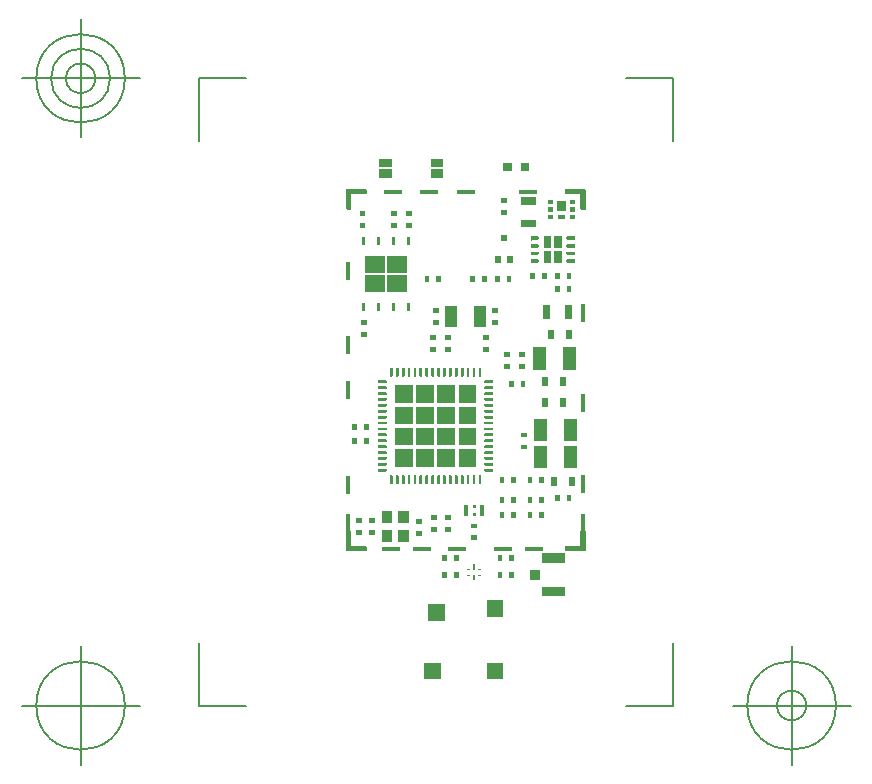
<source format=gbr>
G04 Generated by Ultiboard 11.0 *
%FSLAX25Y25*%
%MOIN*%

%ADD10C,0.00004*%
%ADD11C,0.00005*%
%ADD12C,0.00500*%
%ADD13C,0.00004*%
%ADD14C,0.00005*%
%ADD15C,0.00909*%
%ADD16C,0.01185*%
%ADD17R,0.05906X0.01575*%
%ADD18R,0.01575X0.05906*%


G04 ColorRGB 006666 for the following layer *
%LNPaste Mask Top*%
%LPD*%
%FSLAX25Y25*%
%MOIN*%
G54D10*
G36*
X16243Y4456D02*
X16243Y7212D01*
X20381Y7212D01*
X20381Y4456D01*
X16243Y4456D01*
G37*
G36*
X16245Y4454D02*
X16245Y7214D01*
X20379Y7214D01*
X20379Y4454D01*
X16245Y4454D01*
G37*
G36*
X16243Y913D02*
X16243Y3669D01*
X20381Y3669D01*
X20381Y913D01*
X16243Y913D01*
G37*
G36*
X16245Y911D02*
X16245Y3671D01*
X20379Y3671D01*
X20379Y911D01*
X16245Y911D01*
G37*
G36*
X33369Y4456D02*
X33369Y7212D01*
X37507Y7212D01*
X37507Y4456D01*
X33369Y4456D01*
G37*
G36*
X33371Y4454D02*
X33371Y7214D01*
X37505Y7214D01*
X37505Y4454D01*
X33371Y4454D01*
G37*
G36*
X33369Y913D02*
X33369Y3669D01*
X37507Y3669D01*
X37507Y913D01*
X33369Y913D01*
G37*
G36*
X33371Y911D02*
X33371Y3671D01*
X37505Y3671D01*
X37505Y911D01*
X33371Y911D01*
G37*
G36*
X41179Y-126922D02*
X41179Y-124953D01*
X42758Y-124953D01*
X42758Y-126922D01*
X41179Y-126922D01*
G37*
G36*
X41181Y-126924D02*
X41181Y-124951D01*
X42756Y-124951D01*
X42756Y-126924D01*
X41181Y-126924D01*
G37*
G36*
X37242Y-126922D02*
X37242Y-124953D01*
X38821Y-124953D01*
X38821Y-126922D01*
X37242Y-126922D01*
G37*
G36*
X37244Y-126924D02*
X37244Y-124951D01*
X38819Y-124951D01*
X38819Y-126924D01*
X37244Y-126924D01*
G37*
G36*
X59617Y-126922D02*
X59617Y-124953D01*
X61195Y-124953D01*
X61195Y-126922D01*
X59617Y-126922D01*
G37*
G36*
X59619Y-126924D02*
X59619Y-124951D01*
X61193Y-124951D01*
X61193Y-126924D01*
X59619Y-126924D01*
G37*
G36*
X55680Y-126922D02*
X55680Y-124953D01*
X57258Y-124953D01*
X57258Y-126922D01*
X55680Y-126922D01*
G37*
G36*
X55682Y-126924D02*
X55682Y-124951D01*
X57256Y-124951D01*
X57256Y-126924D01*
X55682Y-126924D01*
G37*
G36*
X31164Y-166307D02*
X31164Y-160795D01*
X36680Y-160795D01*
X36680Y-166307D01*
X31164Y-166307D01*
G37*
G36*
X31166Y-166309D02*
X31166Y-160793D01*
X36678Y-160793D01*
X36678Y-166309D01*
X31166Y-166309D01*
G37*
G36*
X52030Y-166307D02*
X52030Y-160795D01*
X57546Y-160795D01*
X57546Y-166307D01*
X52030Y-166307D01*
G37*
G36*
X52032Y-166309D02*
X52032Y-160793D01*
X57544Y-160793D01*
X57544Y-166309D01*
X52032Y-166309D01*
G37*
G36*
X32444Y-146917D02*
X32444Y-141208D01*
X38156Y-141208D01*
X38156Y-146917D01*
X32444Y-146917D01*
G37*
G36*
X32446Y-146919D02*
X32446Y-141206D01*
X38154Y-141206D01*
X38154Y-146919D01*
X32446Y-146919D01*
G37*
G36*
X52030Y-145440D02*
X52030Y-139929D01*
X57546Y-139929D01*
X57546Y-145440D01*
X52030Y-145440D01*
G37*
G36*
X52032Y-145442D02*
X52032Y-139927D01*
X57544Y-139927D01*
X57544Y-145442D01*
X52032Y-145442D01*
G37*
G36*
X45350Y-129838D02*
X45350Y-129444D01*
X46456Y-129444D01*
X46456Y-129838D01*
X45350Y-129838D01*
G37*
G36*
X45352Y-129840D02*
X45352Y-129442D01*
X46454Y-129442D01*
X46454Y-129840D01*
X45352Y-129840D01*
G37*
G36*
X45350Y-131806D02*
X45350Y-131412D01*
X46456Y-131412D01*
X46456Y-131806D01*
X45350Y-131806D01*
G37*
G36*
X45352Y-131808D02*
X45352Y-131410D01*
X46454Y-131410D01*
X46454Y-131808D01*
X45352Y-131808D01*
G37*
G36*
X47515Y-129838D02*
X47515Y-128027D01*
X48110Y-128027D01*
X48110Y-129838D01*
X47515Y-129838D01*
G37*
G36*
X47517Y-129840D02*
X47517Y-128025D01*
X48108Y-128025D01*
X48108Y-129840D01*
X47517Y-129840D01*
G37*
G36*
X49169Y-129838D02*
X49169Y-129444D01*
X50275Y-129444D01*
X50275Y-129838D01*
X49169Y-129838D01*
G37*
G36*
X49171Y-129840D02*
X49171Y-129442D01*
X50273Y-129442D01*
X50273Y-129840D01*
X49171Y-129840D01*
G37*
G36*
X47515Y-133223D02*
X47515Y-131412D01*
X48110Y-131412D01*
X48110Y-133223D01*
X47515Y-133223D01*
G37*
G36*
X47517Y-133225D02*
X47517Y-131410D01*
X48108Y-131410D01*
X48108Y-133225D01*
X47517Y-133225D01*
G37*
G36*
X49169Y-131806D02*
X49169Y-131412D01*
X50275Y-131412D01*
X50275Y-131806D01*
X49169Y-131806D01*
G37*
G36*
X49171Y-131808D02*
X49171Y-131410D01*
X50273Y-131410D01*
X50273Y-131808D01*
X49171Y-131808D01*
G37*
G36*
X41179Y-132547D02*
X41179Y-130578D01*
X42758Y-130578D01*
X42758Y-132547D01*
X41179Y-132547D01*
G37*
G36*
X41181Y-132549D02*
X41181Y-130576D01*
X42756Y-130576D01*
X42756Y-132549D01*
X41181Y-132549D01*
G37*
G36*
X37242Y-132547D02*
X37242Y-130578D01*
X38821Y-130578D01*
X38821Y-132547D01*
X37242Y-132547D01*
G37*
G36*
X37244Y-132549D02*
X37244Y-130576D01*
X38819Y-130576D01*
X38819Y-132549D01*
X37244Y-132549D01*
G37*
G36*
X59617Y-132547D02*
X59617Y-130578D01*
X61195Y-130578D01*
X61195Y-132547D01*
X59617Y-132547D01*
G37*
G36*
X59619Y-132549D02*
X59619Y-130576D01*
X61193Y-130576D01*
X61193Y-132549D01*
X59619Y-132549D01*
G37*
G36*
X55680Y-132547D02*
X55680Y-130578D01*
X57258Y-130578D01*
X57258Y-132547D01*
X55680Y-132547D01*
G37*
G36*
X55682Y-132549D02*
X55682Y-130576D01*
X57256Y-130576D01*
X57256Y-132549D01*
X55682Y-132549D01*
G37*
G36*
X62764Y-58819D02*
X62764Y-57244D01*
X64736Y-57244D01*
X64736Y-58819D01*
X62764Y-58819D01*
G37*
G36*
X62766Y-58821D02*
X62766Y-57242D01*
X64734Y-57242D01*
X64734Y-58821D01*
X62766Y-58821D01*
G37*
G36*
X62764Y-62756D02*
X62764Y-61181D01*
X64736Y-61181D01*
X64736Y-62756D01*
X62764Y-62756D01*
G37*
G36*
X62766Y-62758D02*
X62766Y-61179D01*
X64734Y-61179D01*
X64734Y-62758D01*
X62766Y-62758D01*
G37*
G36*
X60242Y-112547D02*
X60242Y-110578D01*
X61820Y-110578D01*
X61820Y-112547D01*
X60242Y-112547D01*
G37*
G36*
X60244Y-112549D02*
X60244Y-110576D01*
X61818Y-110576D01*
X61818Y-112549D01*
X60244Y-112549D01*
G37*
G36*
X56305Y-112547D02*
X56305Y-110578D01*
X57883Y-110578D01*
X57883Y-112547D01*
X56305Y-112547D01*
G37*
G36*
X56307Y-112549D02*
X56307Y-110576D01*
X57881Y-110576D01*
X57881Y-112549D01*
X56307Y-112549D01*
G37*
G36*
X60242Y-107547D02*
X60242Y-105578D01*
X61820Y-105578D01*
X61820Y-107547D01*
X60242Y-107547D01*
G37*
G36*
X60244Y-107549D02*
X60244Y-105576D01*
X61818Y-105576D01*
X61818Y-107549D01*
X60244Y-107549D01*
G37*
G36*
X56305Y-107547D02*
X56305Y-105578D01*
X57883Y-105578D01*
X57883Y-107547D01*
X56305Y-107547D01*
G37*
G36*
X56307Y-107549D02*
X56307Y-105576D01*
X57881Y-105576D01*
X57881Y-107549D01*
X56307Y-107549D01*
G37*
G36*
X60242Y-100984D02*
X60242Y-99016D01*
X61820Y-99016D01*
X61820Y-100984D01*
X60242Y-100984D01*
G37*
G36*
X60244Y-100986D02*
X60244Y-99014D01*
X61818Y-99014D01*
X61818Y-100986D01*
X60244Y-100986D01*
G37*
G36*
X56305Y-100984D02*
X56305Y-99016D01*
X57883Y-99016D01*
X57883Y-100984D01*
X56305Y-100984D01*
G37*
G36*
X56307Y-100986D02*
X56307Y-99014D01*
X57881Y-99014D01*
X57881Y-100986D01*
X56307Y-100986D01*
G37*
G36*
X63389Y-89631D02*
X63389Y-88056D01*
X65361Y-88056D01*
X65361Y-89631D01*
X63389Y-89631D01*
G37*
G36*
X63391Y-89633D02*
X63391Y-88054D01*
X65359Y-88054D01*
X65359Y-89633D01*
X63391Y-89633D01*
G37*
G36*
X63389Y-85694D02*
X63389Y-84119D01*
X65361Y-84119D01*
X65361Y-85694D01*
X63389Y-85694D01*
G37*
G36*
X63391Y-85696D02*
X63391Y-84117D01*
X65359Y-84117D01*
X65359Y-85696D01*
X63391Y-85696D01*
G37*
G36*
X59430Y-68797D02*
X59430Y-66828D01*
X61008Y-66828D01*
X61008Y-68797D01*
X59430Y-68797D01*
G37*
G36*
X59432Y-68799D02*
X59432Y-66826D01*
X61006Y-66826D01*
X61006Y-68799D01*
X59432Y-68799D01*
G37*
G36*
X63367Y-68797D02*
X63367Y-66828D01*
X64945Y-66828D01*
X64945Y-68797D01*
X63367Y-68797D01*
G37*
G36*
X63369Y-68799D02*
X63369Y-66826D01*
X64943Y-66826D01*
X64943Y-68799D01*
X63369Y-68799D01*
G37*
G36*
X63573Y-8066D02*
X63573Y-5704D01*
X68302Y-5704D01*
X68302Y-8066D01*
X63573Y-8066D01*
G37*
G36*
X63575Y-8068D02*
X63575Y-5702D01*
X68300Y-5702D01*
X68300Y-8068D01*
X63575Y-8068D01*
G37*
G36*
X63573Y-15546D02*
X63573Y-13184D01*
X68302Y-13184D01*
X68302Y-15546D01*
X63573Y-15546D01*
G37*
G36*
X63575Y-15548D02*
X63575Y-13182D01*
X68300Y-13182D01*
X68300Y-15548D01*
X63575Y-15548D01*
G37*
G36*
X56826Y-20253D02*
X56826Y-18088D01*
X58799Y-18088D01*
X58799Y-20253D01*
X56826Y-20253D01*
G37*
G36*
X56828Y-20255D02*
X56828Y-18086D01*
X58797Y-18086D01*
X58797Y-20255D01*
X56828Y-20255D01*
G37*
G36*
X58795Y-27537D02*
X58795Y-25372D01*
X60767Y-25372D01*
X60767Y-27537D01*
X58795Y-27537D01*
G37*
G36*
X58797Y-27539D02*
X58797Y-25370D01*
X60765Y-25370D01*
X60765Y-27539D01*
X58797Y-27539D01*
G37*
G36*
X54858Y-27537D02*
X54858Y-25372D01*
X56830Y-25372D01*
X56830Y-27537D01*
X54858Y-27537D01*
G37*
G36*
X54860Y-27539D02*
X54860Y-25370D01*
X56828Y-25370D01*
X56828Y-27539D01*
X54860Y-27539D01*
G37*
G36*
X19781Y-65340D02*
X19781Y-62682D01*
X20691Y-62682D01*
X20691Y-65340D01*
X19781Y-65340D01*
G37*
G36*
X19783Y-65342D02*
X19783Y-62680D01*
X20689Y-62680D01*
X20689Y-65342D01*
X19783Y-65342D01*
G37*
G36*
X23719Y-65340D02*
X23719Y-62682D01*
X24628Y-62682D01*
X24628Y-65340D01*
X23719Y-65340D01*
G37*
G36*
X23720Y-65342D02*
X23720Y-62680D01*
X24626Y-62680D01*
X24626Y-65342D01*
X23720Y-65342D01*
G37*
G36*
X27656Y-65340D02*
X27656Y-62682D01*
X28565Y-62682D01*
X28565Y-65340D01*
X27656Y-65340D01*
G37*
G36*
X27657Y-65342D02*
X27657Y-62680D01*
X28563Y-62680D01*
X28563Y-65342D01*
X27657Y-65342D01*
G37*
G36*
X25687Y-65340D02*
X25687Y-62682D01*
X26596Y-62682D01*
X26596Y-65340D01*
X25687Y-65340D01*
G37*
G36*
X25689Y-65342D02*
X25689Y-62680D01*
X26594Y-62680D01*
X26594Y-65342D01*
X25689Y-65342D01*
G37*
G36*
X21750Y-65340D02*
X21750Y-62682D01*
X22659Y-62682D01*
X22659Y-65340D01*
X21750Y-65340D01*
G37*
G36*
X21752Y-65342D02*
X21752Y-62680D01*
X22657Y-62680D01*
X22657Y-65342D01*
X21752Y-65342D01*
G37*
G36*
X29624Y-65340D02*
X29624Y-62682D01*
X30533Y-62682D01*
X30533Y-65340D01*
X29624Y-65340D01*
G37*
G36*
X29626Y-65342D02*
X29626Y-62680D01*
X30531Y-62680D01*
X30531Y-65342D01*
X29626Y-65342D01*
G37*
G36*
X31593Y-65340D02*
X31593Y-62682D01*
X32502Y-62682D01*
X32502Y-65340D01*
X31593Y-65340D01*
G37*
G36*
X31594Y-65342D02*
X31594Y-62680D01*
X32500Y-62680D01*
X32500Y-65342D01*
X31594Y-65342D01*
G37*
G36*
X33561Y-65340D02*
X33561Y-62682D01*
X34470Y-62682D01*
X34470Y-65340D01*
X33561Y-65340D01*
G37*
G36*
X33563Y-65342D02*
X33563Y-62680D01*
X34469Y-62680D01*
X34469Y-65342D01*
X33563Y-65342D01*
G37*
G36*
X35530Y-65340D02*
X35530Y-62682D01*
X36439Y-62682D01*
X36439Y-65340D01*
X35530Y-65340D01*
G37*
G36*
X35531Y-65342D02*
X35531Y-62680D01*
X36437Y-62680D01*
X36437Y-65342D01*
X35531Y-65342D01*
G37*
G36*
X43404Y-65340D02*
X43404Y-62682D01*
X44313Y-62682D01*
X44313Y-65340D01*
X43404Y-65340D01*
G37*
G36*
X43406Y-65342D02*
X43406Y-62680D01*
X44311Y-62680D01*
X44311Y-65342D01*
X43406Y-65342D01*
G37*
G36*
X41435Y-65340D02*
X41435Y-62682D01*
X42344Y-62682D01*
X42344Y-65340D01*
X41435Y-65340D01*
G37*
G36*
X41437Y-65342D02*
X41437Y-62680D01*
X42343Y-62680D01*
X42343Y-65342D01*
X41437Y-65342D01*
G37*
G36*
X39467Y-65340D02*
X39467Y-62682D01*
X40376Y-62682D01*
X40376Y-65340D01*
X39467Y-65340D01*
G37*
G36*
X39469Y-65342D02*
X39469Y-62680D01*
X40374Y-62680D01*
X40374Y-65342D01*
X39469Y-65342D01*
G37*
G36*
X37498Y-65340D02*
X37498Y-62682D01*
X38407Y-62682D01*
X38407Y-65340D01*
X37498Y-65340D01*
G37*
G36*
X37500Y-65342D02*
X37500Y-62680D01*
X38406Y-62680D01*
X38406Y-65342D01*
X37500Y-65342D01*
G37*
G36*
X45372Y-65340D02*
X45372Y-62682D01*
X46281Y-62682D01*
X46281Y-65340D01*
X45372Y-65340D01*
G37*
G36*
X45374Y-65342D02*
X45374Y-62680D01*
X46280Y-62680D01*
X46280Y-65342D01*
X45374Y-65342D01*
G37*
G36*
X49309Y-65340D02*
X49309Y-62682D01*
X50219Y-62682D01*
X50219Y-65340D01*
X49309Y-65340D01*
G37*
G36*
X49311Y-65342D02*
X49311Y-62680D01*
X50217Y-62680D01*
X50217Y-65342D01*
X49311Y-65342D01*
G37*
G36*
X47341Y-65340D02*
X47341Y-62682D01*
X48250Y-62682D01*
X48250Y-65340D01*
X47341Y-65340D01*
G37*
G36*
X47343Y-65342D02*
X47343Y-62680D01*
X48248Y-62680D01*
X48248Y-65342D01*
X47343Y-65342D01*
G37*
G36*
X28502Y-95458D02*
X28502Y-89552D01*
X34411Y-89552D01*
X34411Y-95458D01*
X28502Y-95458D01*
G37*
G36*
X28504Y-95460D02*
X28504Y-89550D01*
X34409Y-89550D01*
X34409Y-95460D01*
X28504Y-95460D01*
G37*
G36*
X28502Y-81284D02*
X28502Y-75379D01*
X34411Y-75379D01*
X34411Y-81284D01*
X28502Y-81284D01*
G37*
G36*
X28504Y-81286D02*
X28504Y-75377D01*
X34409Y-75377D01*
X34409Y-81286D01*
X28504Y-81286D01*
G37*
G36*
X28502Y-88371D02*
X28502Y-82466D01*
X34411Y-82466D01*
X34411Y-88371D01*
X28502Y-88371D01*
G37*
G36*
X28504Y-88373D02*
X28504Y-82464D01*
X34409Y-82464D01*
X34409Y-88373D01*
X28504Y-88373D01*
G37*
G36*
X28502Y-74198D02*
X28502Y-68292D01*
X34411Y-68292D01*
X34411Y-74198D01*
X28502Y-74198D01*
G37*
G36*
X28504Y-74200D02*
X28504Y-68290D01*
X34409Y-68290D01*
X34409Y-74200D01*
X28504Y-74200D01*
G37*
G36*
X15805Y-95123D02*
X15805Y-94218D01*
X18467Y-94218D01*
X18467Y-95123D01*
X15805Y-95123D01*
G37*
G36*
X15807Y-95125D02*
X15807Y-94216D01*
X18465Y-94216D01*
X18465Y-95125D01*
X15807Y-95125D01*
G37*
G36*
X21415Y-95458D02*
X21415Y-89552D01*
X27325Y-89552D01*
X27325Y-95458D01*
X21415Y-95458D01*
G37*
G36*
X21417Y-95460D02*
X21417Y-89550D01*
X27323Y-89550D01*
X27323Y-95460D01*
X21417Y-95460D01*
G37*
G36*
X19781Y-101068D02*
X19781Y-98410D01*
X20691Y-98410D01*
X20691Y-101068D01*
X19781Y-101068D01*
G37*
G36*
X19783Y-101070D02*
X19783Y-98408D01*
X20689Y-98408D01*
X20689Y-101070D01*
X19783Y-101070D01*
G37*
G36*
X15805Y-97092D02*
X15805Y-96186D01*
X18467Y-96186D01*
X18467Y-97092D01*
X15805Y-97092D01*
G37*
G36*
X15807Y-97094D02*
X15807Y-96184D01*
X18465Y-96184D01*
X18465Y-97094D01*
X15807Y-97094D01*
G37*
G36*
X21750Y-101068D02*
X21750Y-98410D01*
X22659Y-98410D01*
X22659Y-101068D01*
X21750Y-101068D01*
G37*
G36*
X21752Y-101070D02*
X21752Y-98408D01*
X22657Y-98408D01*
X22657Y-101070D01*
X21752Y-101070D01*
G37*
G36*
X23719Y-101068D02*
X23719Y-98410D01*
X24628Y-98410D01*
X24628Y-101068D01*
X23719Y-101068D01*
G37*
G36*
X23720Y-101070D02*
X23720Y-98408D01*
X24626Y-98408D01*
X24626Y-101070D01*
X23720Y-101070D01*
G37*
G36*
X25687Y-101068D02*
X25687Y-98410D01*
X26596Y-98410D01*
X26596Y-101068D01*
X25687Y-101068D01*
G37*
G36*
X25689Y-101070D02*
X25689Y-98408D01*
X26594Y-98408D01*
X26594Y-101070D01*
X25689Y-101070D01*
G37*
G36*
X27656Y-101068D02*
X27656Y-98410D01*
X28565Y-98410D01*
X28565Y-101068D01*
X27656Y-101068D01*
G37*
G36*
X27657Y-101070D02*
X27657Y-98408D01*
X28563Y-98408D01*
X28563Y-101070D01*
X27657Y-101070D01*
G37*
G36*
X29624Y-101068D02*
X29624Y-98410D01*
X30533Y-98410D01*
X30533Y-101068D01*
X29624Y-101068D01*
G37*
G36*
X29626Y-101070D02*
X29626Y-98408D01*
X30531Y-98408D01*
X30531Y-101070D01*
X29626Y-101070D01*
G37*
G36*
X15805Y-79375D02*
X15805Y-78469D01*
X18467Y-78469D01*
X18467Y-79375D01*
X15805Y-79375D01*
G37*
G36*
X15807Y-79377D02*
X15807Y-78468D01*
X18465Y-78468D01*
X18465Y-79377D01*
X15807Y-79377D01*
G37*
G36*
X21415Y-81284D02*
X21415Y-75379D01*
X27325Y-75379D01*
X27325Y-81284D01*
X21415Y-81284D01*
G37*
G36*
X21417Y-81286D02*
X21417Y-75377D01*
X27323Y-75377D01*
X27323Y-81286D01*
X21417Y-81286D01*
G37*
G36*
X15805Y-83312D02*
X15805Y-82406D01*
X18467Y-82406D01*
X18467Y-83312D01*
X15805Y-83312D01*
G37*
G36*
X15807Y-83314D02*
X15807Y-82405D01*
X18465Y-82405D01*
X18465Y-83314D01*
X15807Y-83314D01*
G37*
G36*
X15805Y-87249D02*
X15805Y-86344D01*
X18467Y-86344D01*
X18467Y-87249D01*
X15805Y-87249D01*
G37*
G36*
X15807Y-87251D02*
X15807Y-86342D01*
X18465Y-86342D01*
X18465Y-87251D01*
X15807Y-87251D01*
G37*
G36*
X15805Y-91186D02*
X15805Y-90281D01*
X18467Y-90281D01*
X18467Y-91186D01*
X15805Y-91186D01*
G37*
G36*
X15807Y-91188D02*
X15807Y-90279D01*
X18465Y-90279D01*
X18465Y-91188D01*
X15807Y-91188D01*
G37*
G36*
X15805Y-93155D02*
X15805Y-92249D01*
X18467Y-92249D01*
X18467Y-93155D01*
X15805Y-93155D01*
G37*
G36*
X15807Y-93156D02*
X15807Y-92247D01*
X18465Y-92247D01*
X18465Y-93156D01*
X15807Y-93156D01*
G37*
G36*
X15805Y-89218D02*
X15805Y-88312D01*
X18467Y-88312D01*
X18467Y-89218D01*
X15805Y-89218D01*
G37*
G36*
X15807Y-89219D02*
X15807Y-88310D01*
X18465Y-88310D01*
X18465Y-89219D01*
X15807Y-89219D01*
G37*
G36*
X15805Y-85281D02*
X15805Y-84375D01*
X18467Y-84375D01*
X18467Y-85281D01*
X15805Y-85281D01*
G37*
G36*
X15807Y-85282D02*
X15807Y-84373D01*
X18465Y-84373D01*
X18465Y-85282D01*
X15807Y-85282D01*
G37*
G36*
X15805Y-81344D02*
X15805Y-80438D01*
X18467Y-80438D01*
X18467Y-81344D01*
X15805Y-81344D01*
G37*
G36*
X15807Y-81345D02*
X15807Y-80436D01*
X18465Y-80436D01*
X18465Y-81345D01*
X15807Y-81345D01*
G37*
G36*
X21415Y-88371D02*
X21415Y-82466D01*
X27325Y-82466D01*
X27325Y-88371D01*
X21415Y-88371D01*
G37*
G36*
X21417Y-88373D02*
X21417Y-82464D01*
X27323Y-82464D01*
X27323Y-88373D01*
X21417Y-88373D01*
G37*
G36*
X15805Y-67564D02*
X15805Y-66658D01*
X18467Y-66658D01*
X18467Y-67564D01*
X15805Y-67564D01*
G37*
G36*
X15807Y-67566D02*
X15807Y-66656D01*
X18465Y-66656D01*
X18465Y-67566D01*
X15807Y-67566D01*
G37*
G36*
X15805Y-69532D02*
X15805Y-68627D01*
X18467Y-68627D01*
X18467Y-69532D01*
X15805Y-69532D01*
G37*
G36*
X15807Y-69534D02*
X15807Y-68625D01*
X18465Y-68625D01*
X18465Y-69534D01*
X15807Y-69534D01*
G37*
G36*
X15805Y-71501D02*
X15805Y-70595D01*
X18467Y-70595D01*
X18467Y-71501D01*
X15805Y-71501D01*
G37*
G36*
X15807Y-71503D02*
X15807Y-70594D01*
X18465Y-70594D01*
X18465Y-71503D01*
X15807Y-71503D01*
G37*
G36*
X15805Y-73469D02*
X15805Y-72564D01*
X18467Y-72564D01*
X18467Y-73469D01*
X15805Y-73469D01*
G37*
G36*
X15807Y-73471D02*
X15807Y-72562D01*
X18465Y-72562D01*
X18465Y-73471D01*
X15807Y-73471D01*
G37*
G36*
X15805Y-75438D02*
X15805Y-74532D01*
X18467Y-74532D01*
X18467Y-75438D01*
X15805Y-75438D01*
G37*
G36*
X15807Y-75440D02*
X15807Y-74531D01*
X18465Y-74531D01*
X18465Y-75440D01*
X15807Y-75440D01*
G37*
G36*
X15805Y-77406D02*
X15805Y-76501D01*
X18467Y-76501D01*
X18467Y-77406D01*
X15805Y-77406D01*
G37*
G36*
X15807Y-77408D02*
X15807Y-76499D01*
X18465Y-76499D01*
X18465Y-77408D01*
X15807Y-77408D01*
G37*
G36*
X21415Y-74198D02*
X21415Y-68292D01*
X27325Y-68292D01*
X27325Y-74198D01*
X21415Y-74198D01*
G37*
G36*
X21417Y-74200D02*
X21417Y-68290D01*
X27323Y-68290D01*
X27323Y-74200D01*
X21417Y-74200D01*
G37*
G36*
X51533Y-95123D02*
X51533Y-94218D01*
X54195Y-94218D01*
X54195Y-95123D01*
X51533Y-95123D01*
G37*
G36*
X51535Y-95125D02*
X51535Y-94216D01*
X54193Y-94216D01*
X54193Y-95125D01*
X51535Y-95125D01*
G37*
G36*
X35589Y-95458D02*
X35589Y-89552D01*
X41498Y-89552D01*
X41498Y-95458D01*
X35589Y-95458D01*
G37*
G36*
X35591Y-95460D02*
X35591Y-89550D01*
X41496Y-89550D01*
X41496Y-95460D01*
X35591Y-95460D01*
G37*
G36*
X42675Y-95458D02*
X42675Y-89552D01*
X48585Y-89552D01*
X48585Y-95458D01*
X42675Y-95458D01*
G37*
G36*
X42677Y-95460D02*
X42677Y-89550D01*
X48583Y-89550D01*
X48583Y-95460D01*
X42677Y-95460D01*
G37*
G36*
X31593Y-101068D02*
X31593Y-98410D01*
X32502Y-98410D01*
X32502Y-101068D01*
X31593Y-101068D01*
G37*
G36*
X31594Y-101070D02*
X31594Y-98408D01*
X32500Y-98408D01*
X32500Y-101070D01*
X31594Y-101070D01*
G37*
G36*
X33561Y-101068D02*
X33561Y-98410D01*
X34470Y-98410D01*
X34470Y-101068D01*
X33561Y-101068D01*
G37*
G36*
X33563Y-101070D02*
X33563Y-98408D01*
X34469Y-98408D01*
X34469Y-101070D01*
X33563Y-101070D01*
G37*
G36*
X35530Y-101068D02*
X35530Y-98410D01*
X36439Y-98410D01*
X36439Y-101068D01*
X35530Y-101068D01*
G37*
G36*
X35531Y-101070D02*
X35531Y-98408D01*
X36437Y-98408D01*
X36437Y-101070D01*
X35531Y-101070D01*
G37*
G36*
X37498Y-101068D02*
X37498Y-98410D01*
X38407Y-98410D01*
X38407Y-101068D01*
X37498Y-101068D01*
G37*
G36*
X37500Y-101070D02*
X37500Y-98408D01*
X38406Y-98408D01*
X38406Y-101070D01*
X37500Y-101070D01*
G37*
G36*
X39467Y-101068D02*
X39467Y-98410D01*
X40376Y-98410D01*
X40376Y-101068D01*
X39467Y-101068D01*
G37*
G36*
X39469Y-101070D02*
X39469Y-98408D01*
X40374Y-98408D01*
X40374Y-101070D01*
X39469Y-101070D01*
G37*
G36*
X41435Y-101068D02*
X41435Y-98410D01*
X42344Y-98410D01*
X42344Y-101068D01*
X41435Y-101068D01*
G37*
G36*
X41437Y-101070D02*
X41437Y-98408D01*
X42343Y-98408D01*
X42343Y-101070D01*
X41437Y-101070D01*
G37*
G36*
X43404Y-101068D02*
X43404Y-98410D01*
X44313Y-98410D01*
X44313Y-101068D01*
X43404Y-101068D01*
G37*
G36*
X43406Y-101070D02*
X43406Y-98408D01*
X44311Y-98408D01*
X44311Y-101070D01*
X43406Y-101070D01*
G37*
G36*
X45372Y-101068D02*
X45372Y-98410D01*
X46281Y-98410D01*
X46281Y-101068D01*
X45372Y-101068D01*
G37*
G36*
X45374Y-101070D02*
X45374Y-98408D01*
X46280Y-98408D01*
X46280Y-101070D01*
X45374Y-101070D01*
G37*
G36*
X51533Y-97092D02*
X51533Y-96186D01*
X54195Y-96186D01*
X54195Y-97092D01*
X51533Y-97092D01*
G37*
G36*
X51535Y-97094D02*
X51535Y-96184D01*
X54193Y-96184D01*
X54193Y-97094D01*
X51535Y-97094D01*
G37*
G36*
X47341Y-101068D02*
X47341Y-98410D01*
X48250Y-98410D01*
X48250Y-101068D01*
X47341Y-101068D01*
G37*
G36*
X47343Y-101070D02*
X47343Y-98408D01*
X48248Y-98408D01*
X48248Y-101070D01*
X47343Y-101070D01*
G37*
G36*
X49309Y-101068D02*
X49309Y-98410D01*
X50219Y-98410D01*
X50219Y-101068D01*
X49309Y-101068D01*
G37*
G36*
X49311Y-101070D02*
X49311Y-98408D01*
X50217Y-98408D01*
X50217Y-101070D01*
X49311Y-101070D01*
G37*
G36*
X42675Y-81284D02*
X42675Y-75379D01*
X48585Y-75379D01*
X48585Y-81284D01*
X42675Y-81284D01*
G37*
G36*
X42677Y-81286D02*
X42677Y-75377D01*
X48583Y-75377D01*
X48583Y-81286D01*
X42677Y-81286D01*
G37*
G36*
X42675Y-88371D02*
X42675Y-82466D01*
X48585Y-82466D01*
X48585Y-88371D01*
X42675Y-88371D01*
G37*
G36*
X42677Y-88373D02*
X42677Y-82464D01*
X48583Y-82464D01*
X48583Y-88373D01*
X42677Y-88373D01*
G37*
G36*
X42675Y-74198D02*
X42675Y-68292D01*
X48585Y-68292D01*
X48585Y-74198D01*
X42675Y-74198D01*
G37*
G36*
X42677Y-74200D02*
X42677Y-68290D01*
X48583Y-68290D01*
X48583Y-74200D01*
X42677Y-74200D01*
G37*
G36*
X35589Y-81284D02*
X35589Y-75379D01*
X41498Y-75379D01*
X41498Y-81284D01*
X35589Y-81284D01*
G37*
G36*
X35591Y-81286D02*
X35591Y-75377D01*
X41496Y-75377D01*
X41496Y-81286D01*
X35591Y-81286D01*
G37*
G36*
X35589Y-88371D02*
X35589Y-82466D01*
X41498Y-82466D01*
X41498Y-88371D01*
X35589Y-88371D01*
G37*
G36*
X35591Y-88373D02*
X35591Y-82464D01*
X41496Y-82464D01*
X41496Y-88373D01*
X35591Y-88373D01*
G37*
G36*
X35589Y-74198D02*
X35589Y-68292D01*
X41498Y-68292D01*
X41498Y-74198D01*
X35589Y-74198D01*
G37*
G36*
X35591Y-74200D02*
X35591Y-68290D01*
X41496Y-68290D01*
X41496Y-74200D01*
X35591Y-74200D01*
G37*
G36*
X51533Y-79375D02*
X51533Y-78469D01*
X54195Y-78469D01*
X54195Y-79375D01*
X51533Y-79375D01*
G37*
G36*
X51535Y-79377D02*
X51535Y-78468D01*
X54193Y-78468D01*
X54193Y-79377D01*
X51535Y-79377D01*
G37*
G36*
X51533Y-83312D02*
X51533Y-82406D01*
X54195Y-82406D01*
X54195Y-83312D01*
X51533Y-83312D01*
G37*
G36*
X51535Y-83314D02*
X51535Y-82405D01*
X54193Y-82405D01*
X54193Y-83314D01*
X51535Y-83314D01*
G37*
G36*
X51533Y-93155D02*
X51533Y-92249D01*
X54195Y-92249D01*
X54195Y-93155D01*
X51533Y-93155D01*
G37*
G36*
X51535Y-93156D02*
X51535Y-92247D01*
X54193Y-92247D01*
X54193Y-93156D01*
X51535Y-93156D01*
G37*
G36*
X51533Y-91186D02*
X51533Y-90281D01*
X54195Y-90281D01*
X54195Y-91186D01*
X51533Y-91186D01*
G37*
G36*
X51535Y-91188D02*
X51535Y-90279D01*
X54193Y-90279D01*
X54193Y-91188D01*
X51535Y-91188D01*
G37*
G36*
X51533Y-89218D02*
X51533Y-88312D01*
X54195Y-88312D01*
X54195Y-89218D01*
X51533Y-89218D01*
G37*
G36*
X51535Y-89219D02*
X51535Y-88310D01*
X54193Y-88310D01*
X54193Y-89219D01*
X51535Y-89219D01*
G37*
G36*
X51533Y-87249D02*
X51533Y-86344D01*
X54195Y-86344D01*
X54195Y-87249D01*
X51533Y-87249D01*
G37*
G36*
X51535Y-87251D02*
X51535Y-86342D01*
X54193Y-86342D01*
X54193Y-87251D01*
X51535Y-87251D01*
G37*
G36*
X51533Y-85281D02*
X51533Y-84375D01*
X54195Y-84375D01*
X54195Y-85281D01*
X51533Y-85281D01*
G37*
G36*
X51535Y-85282D02*
X51535Y-84373D01*
X54193Y-84373D01*
X54193Y-85282D01*
X51535Y-85282D01*
G37*
G36*
X51533Y-81344D02*
X51533Y-80438D01*
X54195Y-80438D01*
X54195Y-81344D01*
X51533Y-81344D01*
G37*
G36*
X51535Y-81345D02*
X51535Y-80436D01*
X54193Y-80436D01*
X54193Y-81345D01*
X51535Y-81345D01*
G37*
G36*
X51533Y-67564D02*
X51533Y-66658D01*
X54195Y-66658D01*
X54195Y-67564D01*
X51533Y-67564D01*
G37*
G36*
X51535Y-67566D02*
X51535Y-66656D01*
X54193Y-66656D01*
X54193Y-67566D01*
X51535Y-67566D01*
G37*
G36*
X51533Y-77406D02*
X51533Y-76501D01*
X54195Y-76501D01*
X54195Y-77406D01*
X51533Y-77406D01*
G37*
G36*
X51535Y-77408D02*
X51535Y-76499D01*
X54193Y-76499D01*
X54193Y-77408D01*
X51535Y-77408D01*
G37*
G36*
X51533Y-75438D02*
X51533Y-74532D01*
X54195Y-74532D01*
X54195Y-75438D01*
X51533Y-75438D01*
G37*
G36*
X51535Y-75440D02*
X51535Y-74531D01*
X54193Y-74531D01*
X54193Y-75440D01*
X51535Y-75440D01*
G37*
G36*
X51533Y-73469D02*
X51533Y-72564D01*
X54195Y-72564D01*
X54195Y-73469D01*
X51533Y-73469D01*
G37*
G36*
X51535Y-73471D02*
X51535Y-72562D01*
X54193Y-72562D01*
X54193Y-73471D01*
X51535Y-73471D01*
G37*
G36*
X51533Y-71501D02*
X51533Y-70595D01*
X54195Y-70595D01*
X54195Y-71501D01*
X51533Y-71501D01*
G37*
G36*
X51535Y-71503D02*
X51535Y-70594D01*
X54193Y-70594D01*
X54193Y-71503D01*
X51535Y-71503D01*
G37*
G36*
X51533Y-69532D02*
X51533Y-68627D01*
X54195Y-68627D01*
X54195Y-69532D01*
X51533Y-69532D01*
G37*
G36*
X51535Y-69534D02*
X51535Y-68625D01*
X54193Y-68625D01*
X54193Y-69534D01*
X51535Y-69534D01*
G37*
G36*
X57764Y-58819D02*
X57764Y-57244D01*
X59736Y-57244D01*
X59736Y-58819D01*
X57764Y-58819D01*
G37*
G36*
X57766Y-58821D02*
X57766Y-57242D01*
X59734Y-57242D01*
X59734Y-58821D01*
X57766Y-58821D01*
G37*
G36*
X57764Y-62756D02*
X57764Y-61181D01*
X59736Y-61181D01*
X59736Y-62756D01*
X57764Y-62756D01*
G37*
G36*
X57766Y-62758D02*
X57766Y-61179D01*
X59734Y-61179D01*
X59734Y-62758D01*
X57766Y-62758D01*
G37*
G36*
X28389Y-114444D02*
X28389Y-112869D01*
X30361Y-112869D01*
X30361Y-114444D01*
X28389Y-114444D01*
G37*
G36*
X28391Y-114446D02*
X28391Y-112867D01*
X30359Y-112867D01*
X30359Y-114446D01*
X28391Y-114446D01*
G37*
G36*
X28389Y-118381D02*
X28389Y-116806D01*
X30361Y-116806D01*
X30361Y-118381D01*
X28389Y-118381D01*
G37*
G36*
X28391Y-118383D02*
X28391Y-116804D01*
X30359Y-116804D01*
X30359Y-118383D01*
X28391Y-118383D01*
G37*
G36*
X12764Y-114131D02*
X12764Y-112557D01*
X14736Y-112557D01*
X14736Y-114131D01*
X12764Y-114131D01*
G37*
G36*
X12766Y-114133D02*
X12766Y-112555D01*
X14734Y-112555D01*
X14734Y-114133D01*
X12766Y-114133D01*
G37*
G36*
X12764Y-118068D02*
X12764Y-116494D01*
X14736Y-116494D01*
X14736Y-118068D01*
X12764Y-118068D01*
G37*
G36*
X12766Y-118070D02*
X12766Y-116492D01*
X14734Y-116492D01*
X14734Y-118070D01*
X12766Y-118070D01*
G37*
G36*
X5148Y-123519D02*
X5148Y-121944D01*
X11845Y-121944D01*
X11845Y-123519D01*
X5148Y-123519D01*
G37*
G36*
X5150Y-123521D02*
X5150Y-121942D01*
X11843Y-121942D01*
X11843Y-123521D01*
X5150Y-123521D01*
G37*
X5347Y-123322D02*
X5347Y-116826D01*
X5347Y-116826D02*
X6528Y-116826D01*
X6528Y-116826D02*
X6528Y-122141D01*
X6528Y-122141D02*
X11843Y-122141D01*
X11843Y-122141D02*
X11843Y-123322D01*
X11843Y-123322D02*
X5347Y-123322D01*
G36*
X5347Y-123322D02*
X5347Y-116826D01*
X6528Y-116826D01*
X6528Y-122141D01*
X11843Y-122141D01*
X11843Y-123322D01*
X5347Y-123322D01*
G37*
X5347Y-123322D02*
X5347Y-116826D01*
X5347Y-116826D02*
X6528Y-116826D01*
X6528Y-116826D02*
X6528Y-122141D01*
X6528Y-122141D02*
X11843Y-122141D01*
X11843Y-122141D02*
X11843Y-123322D01*
X11843Y-123322D02*
X5347Y-123322D01*
G36*
X5148Y-123519D02*
X5148Y-116826D01*
X6727Y-116826D01*
X6727Y-123519D01*
X5148Y-123519D01*
G37*
G36*
X5150Y-123521D02*
X5150Y-116824D01*
X6725Y-116824D01*
X6725Y-123521D01*
X5150Y-123521D01*
G37*
X11843Y-122141D02*
X6528Y-122141D01*
G36*
X8389Y-114131D02*
X8389Y-112557D01*
X10361Y-112557D01*
X10361Y-114131D01*
X8389Y-114131D01*
G37*
G36*
X8391Y-114133D02*
X8391Y-112555D01*
X10359Y-112555D01*
X10359Y-114133D01*
X8391Y-114133D01*
G37*
G36*
X8389Y-118068D02*
X8389Y-116494D01*
X10361Y-116494D01*
X10361Y-118068D01*
X8389Y-118068D01*
G37*
G36*
X8391Y-118070D02*
X8391Y-116492D01*
X10359Y-116492D01*
X10359Y-118070D01*
X8391Y-118070D01*
G37*
G36*
X17033Y-114112D02*
X17033Y-110214D01*
X20580Y-110214D01*
X20580Y-114112D01*
X17033Y-114112D01*
G37*
G36*
X17035Y-114114D02*
X17035Y-110212D01*
X20578Y-110212D01*
X20578Y-114114D01*
X17035Y-114114D01*
G37*
G36*
X22545Y-114112D02*
X22545Y-110214D01*
X26092Y-110214D01*
X26092Y-114112D01*
X22545Y-114112D01*
G37*
G36*
X22547Y-114114D02*
X22547Y-110212D01*
X26090Y-110212D01*
X26090Y-114114D01*
X22547Y-114114D01*
G37*
G36*
X17033Y-120411D02*
X17033Y-116513D01*
X20580Y-116513D01*
X20580Y-120411D01*
X17033Y-120411D01*
G37*
G36*
X17035Y-120413D02*
X17035Y-116511D01*
X20578Y-116511D01*
X20578Y-120413D01*
X17035Y-120413D01*
G37*
G36*
X22545Y-120411D02*
X22545Y-116513D01*
X26092Y-116513D01*
X26092Y-120411D01*
X22545Y-120411D01*
G37*
G36*
X22547Y-120413D02*
X22547Y-116511D01*
X26090Y-116511D01*
X26090Y-120413D01*
X22547Y-120413D01*
G37*
G36*
X7242Y-87859D02*
X7242Y-85891D01*
X8821Y-85891D01*
X8821Y-87859D01*
X7242Y-87859D01*
G37*
G36*
X7244Y-87861D02*
X7244Y-85889D01*
X8819Y-85889D01*
X8819Y-87861D01*
X7244Y-87861D01*
G37*
G36*
X11179Y-87859D02*
X11179Y-85891D01*
X12758Y-85891D01*
X12758Y-87859D01*
X11179Y-87859D01*
G37*
G36*
X11181Y-87861D02*
X11181Y-85889D01*
X12756Y-85889D01*
X12756Y-87861D01*
X11181Y-87861D01*
G37*
G36*
X7242Y-83172D02*
X7242Y-81203D01*
X8821Y-81203D01*
X8821Y-83172D01*
X7242Y-83172D01*
G37*
G36*
X7244Y-83174D02*
X7244Y-81201D01*
X8819Y-81201D01*
X8819Y-83174D01*
X7244Y-83174D01*
G37*
G36*
X11179Y-83172D02*
X11179Y-81203D01*
X12758Y-81203D01*
X12758Y-83172D01*
X11179Y-83172D01*
G37*
G36*
X11181Y-83174D02*
X11181Y-81201D01*
X12756Y-81201D01*
X12756Y-83174D01*
X11181Y-83174D01*
G37*
G36*
X44563Y-111772D02*
X44563Y-108228D01*
X45944Y-108228D01*
X45944Y-111772D01*
X44563Y-111772D01*
G37*
G36*
X44564Y-111774D02*
X44564Y-108226D01*
X45942Y-108226D01*
X45942Y-111774D01*
X44564Y-111774D01*
G37*
G36*
X49681Y-111772D02*
X49681Y-108228D01*
X51063Y-108228D01*
X51063Y-111772D01*
X49681Y-111772D01*
G37*
G36*
X49683Y-111774D02*
X49683Y-108226D01*
X51061Y-108226D01*
X51061Y-111774D01*
X49683Y-111774D01*
G37*
G36*
X47318Y-111772D02*
X47318Y-110787D01*
X48307Y-110787D01*
X48307Y-111772D01*
X47318Y-111772D01*
G37*
G36*
X47320Y-111774D02*
X47320Y-110785D01*
X48305Y-110785D01*
X48305Y-111774D01*
X47320Y-111774D01*
G37*
G36*
X47318Y-109213D02*
X47318Y-108228D01*
X48307Y-108228D01*
X48307Y-109213D01*
X47318Y-109213D01*
G37*
G36*
X47320Y-109215D02*
X47320Y-108226D01*
X48305Y-108226D01*
X48305Y-109215D01*
X47320Y-109215D01*
G37*
G36*
X46826Y-119943D02*
X46826Y-118369D01*
X48799Y-118369D01*
X48799Y-119943D01*
X46826Y-119943D01*
G37*
G36*
X46828Y-119945D02*
X46828Y-118367D01*
X48797Y-118367D01*
X48797Y-119945D01*
X46828Y-119945D01*
G37*
G36*
X46826Y-116006D02*
X46826Y-114432D01*
X48799Y-114432D01*
X48799Y-116006D01*
X46826Y-116006D01*
G37*
G36*
X46828Y-116008D02*
X46828Y-114430D01*
X48797Y-114430D01*
X48797Y-116008D01*
X46828Y-116008D01*
G37*
G36*
X38076Y-117131D02*
X38076Y-115556D01*
X40049Y-115556D01*
X40049Y-117131D01*
X38076Y-117131D01*
G37*
G36*
X38078Y-117133D02*
X38078Y-115554D01*
X40047Y-115554D01*
X40047Y-117133D01*
X38078Y-117133D01*
G37*
G36*
X38076Y-113194D02*
X38076Y-111619D01*
X40049Y-111619D01*
X40049Y-113194D01*
X38076Y-113194D01*
G37*
G36*
X38078Y-113196D02*
X38078Y-111617D01*
X40047Y-111617D01*
X40047Y-113196D01*
X38078Y-113196D01*
G37*
G36*
X33389Y-117131D02*
X33389Y-115556D01*
X35361Y-115556D01*
X35361Y-117131D01*
X33389Y-117131D01*
G37*
G36*
X33391Y-117133D02*
X33391Y-115554D01*
X35359Y-115554D01*
X35359Y-117133D01*
X33391Y-117133D01*
G37*
G36*
X33389Y-113194D02*
X33389Y-111619D01*
X35361Y-111619D01*
X35361Y-113194D01*
X33389Y-113194D01*
G37*
G36*
X33391Y-113196D02*
X33391Y-111617D01*
X35359Y-111617D01*
X35359Y-113196D01*
X33391Y-113196D01*
G37*
G36*
X31305Y-33797D02*
X31305Y-31828D01*
X32883Y-31828D01*
X32883Y-33797D01*
X31305Y-33797D01*
G37*
G36*
X31307Y-33799D02*
X31307Y-31826D01*
X32881Y-31826D01*
X32881Y-33799D01*
X31307Y-33799D01*
G37*
G36*
X35242Y-33797D02*
X35242Y-31828D01*
X36820Y-31828D01*
X36820Y-33797D01*
X35242Y-33797D01*
G37*
G36*
X35244Y-33799D02*
X35244Y-31826D01*
X36818Y-31826D01*
X36818Y-33799D01*
X35244Y-33799D01*
G37*
G36*
X11546Y-37156D02*
X11546Y-31644D01*
X18046Y-31644D01*
X18046Y-37156D01*
X11546Y-37156D01*
G37*
G36*
X11548Y-37157D02*
X11548Y-31642D01*
X18044Y-31642D01*
X18044Y-37157D01*
X11548Y-37157D01*
G37*
G36*
X15443Y-43548D02*
X15443Y-40989D01*
X16432Y-40989D01*
X16432Y-43548D01*
X15443Y-43548D01*
G37*
G36*
X15445Y-43550D02*
X15445Y-40987D01*
X16430Y-40987D01*
X16430Y-43550D01*
X15445Y-43550D01*
G37*
G36*
X10443Y-43548D02*
X10443Y-40989D01*
X11432Y-40989D01*
X11432Y-43548D01*
X10443Y-43548D01*
G37*
G36*
X10445Y-43550D02*
X10445Y-40987D01*
X11430Y-40987D01*
X11430Y-43550D01*
X10445Y-43550D01*
G37*
G36*
X18829Y-37156D02*
X18829Y-31644D01*
X25329Y-31644D01*
X25329Y-37156D01*
X18829Y-37156D01*
G37*
G36*
X18831Y-37157D02*
X18831Y-31642D01*
X25327Y-31642D01*
X25327Y-37157D01*
X18831Y-37157D01*
G37*
G36*
X20443Y-43548D02*
X20443Y-40989D01*
X21432Y-40989D01*
X21432Y-43548D01*
X20443Y-43548D01*
G37*
G36*
X20445Y-43550D02*
X20445Y-40987D01*
X21430Y-40987D01*
X21430Y-43550D01*
X20445Y-43550D01*
G37*
G36*
X25443Y-43548D02*
X25443Y-40989D01*
X26432Y-40989D01*
X26432Y-43548D01*
X25443Y-43548D01*
G37*
G36*
X25445Y-43550D02*
X25445Y-40987D01*
X26430Y-40987D01*
X26430Y-43550D01*
X25445Y-43550D01*
G37*
G36*
X15443Y-21501D02*
X15443Y-18942D01*
X16432Y-18942D01*
X16432Y-21501D01*
X15443Y-21501D01*
G37*
G36*
X15445Y-21503D02*
X15445Y-18940D01*
X16430Y-18940D01*
X16430Y-21503D01*
X15445Y-21503D01*
G37*
G36*
X11546Y-30856D02*
X11546Y-25344D01*
X18046Y-25344D01*
X18046Y-30856D01*
X11546Y-30856D01*
G37*
G36*
X11548Y-30858D02*
X11548Y-25343D01*
X18044Y-25343D01*
X18044Y-30858D01*
X11548Y-30858D01*
G37*
G36*
X10443Y-21501D02*
X10443Y-18942D01*
X11432Y-18942D01*
X11432Y-21501D01*
X10443Y-21501D01*
G37*
G36*
X10445Y-21503D02*
X10445Y-18940D01*
X11430Y-18940D01*
X11430Y-21503D01*
X10445Y-21503D01*
G37*
G36*
X20443Y-21501D02*
X20443Y-18942D01*
X21432Y-18942D01*
X21432Y-21501D01*
X20443Y-21501D01*
G37*
G36*
X20445Y-21503D02*
X20445Y-18940D01*
X21430Y-18940D01*
X21430Y-21503D01*
X20445Y-21503D01*
G37*
G36*
X18829Y-30856D02*
X18829Y-25344D01*
X25329Y-25344D01*
X25329Y-30856D01*
X18829Y-30856D01*
G37*
G36*
X18831Y-30858D02*
X18831Y-25343D01*
X25327Y-25343D01*
X25327Y-30858D01*
X18831Y-30858D01*
G37*
G36*
X25443Y-21501D02*
X25443Y-18942D01*
X26432Y-18942D01*
X26432Y-21501D01*
X25443Y-21501D01*
G37*
G36*
X25445Y-21503D02*
X25445Y-18940D01*
X26430Y-18940D01*
X26430Y-21503D01*
X25445Y-21503D01*
G37*
G36*
X10264Y-48194D02*
X10264Y-46619D01*
X12236Y-46619D01*
X12236Y-48194D01*
X10264Y-48194D01*
G37*
G36*
X10266Y-48196D02*
X10266Y-46617D01*
X12234Y-46617D01*
X12234Y-48196D01*
X10266Y-48196D01*
G37*
G36*
X10264Y-52131D02*
X10264Y-50556D01*
X12236Y-50556D01*
X12236Y-52131D01*
X10264Y-52131D01*
G37*
G36*
X10266Y-52133D02*
X10266Y-50554D01*
X12234Y-50554D01*
X12234Y-52133D01*
X10266Y-52133D01*
G37*
G36*
X9639Y-15881D02*
X9639Y-14306D01*
X11611Y-14306D01*
X11611Y-15881D01*
X9639Y-15881D01*
G37*
G36*
X9641Y-15883D02*
X9641Y-14304D01*
X11609Y-14304D01*
X11609Y-15883D01*
X9641Y-15883D01*
G37*
G36*
X9639Y-11944D02*
X9639Y-10369D01*
X11611Y-10369D01*
X11611Y-11944D01*
X9639Y-11944D01*
G37*
G36*
X9641Y-11946D02*
X9641Y-10367D01*
X11609Y-10367D01*
X11609Y-11946D01*
X9641Y-11946D01*
G37*
G36*
X5148Y-4537D02*
X5148Y-2963D01*
X11845Y-2963D01*
X11845Y-4537D01*
X5148Y-4537D01*
G37*
G36*
X5150Y-4539D02*
X5150Y-2961D01*
X11843Y-2961D01*
X11843Y-4539D01*
X5150Y-4539D01*
G37*
X5347Y-3159D02*
X11843Y-3159D01*
X11843Y-3159D02*
X11843Y-4341D01*
X11843Y-4341D02*
X6528Y-4341D01*
X6528Y-4341D02*
X6528Y-9656D01*
X6528Y-9656D02*
X5347Y-9656D01*
X5347Y-9656D02*
X5347Y-3159D01*
G36*
X5347Y-3159D02*
X11843Y-3159D01*
X11843Y-4341D01*
X6528Y-4341D01*
X6528Y-9656D01*
X5347Y-9656D01*
X5347Y-3159D01*
G37*
X5347Y-3159D02*
X11843Y-3159D01*
X11843Y-3159D02*
X11843Y-4341D01*
X11843Y-4341D02*
X6528Y-4341D01*
X6528Y-4341D02*
X6528Y-9656D01*
X6528Y-9656D02*
X5347Y-9656D01*
X5347Y-9656D02*
X5347Y-3159D01*
G36*
X5148Y-9656D02*
X5148Y-2963D01*
X6727Y-2963D01*
X6727Y-9656D01*
X5148Y-9656D01*
G37*
G36*
X5150Y-9657D02*
X5150Y-2961D01*
X6725Y-2961D01*
X6725Y-9657D01*
X5150Y-9657D01*
G37*
X6528Y-9656D02*
X6528Y-4341D01*
G36*
X20264Y-15881D02*
X20264Y-14306D01*
X22236Y-14306D01*
X22236Y-15881D01*
X20264Y-15881D01*
G37*
G36*
X20266Y-15883D02*
X20266Y-14304D01*
X22234Y-14304D01*
X22234Y-15883D01*
X20266Y-15883D01*
G37*
G36*
X20264Y-11944D02*
X20264Y-10369D01*
X22236Y-10369D01*
X22236Y-11944D01*
X20264Y-11944D01*
G37*
G36*
X20266Y-11946D02*
X20266Y-10367D01*
X22234Y-10367D01*
X22234Y-11946D01*
X20266Y-11946D01*
G37*
G36*
X25264Y-15881D02*
X25264Y-14306D01*
X27236Y-14306D01*
X27236Y-15881D01*
X25264Y-15881D01*
G37*
G36*
X25266Y-15883D02*
X25266Y-14304D01*
X27234Y-14304D01*
X27234Y-15883D01*
X25266Y-15883D01*
G37*
G36*
X25264Y-11944D02*
X25264Y-10369D01*
X27236Y-10369D01*
X27236Y-11944D01*
X25264Y-11944D01*
G37*
G36*
X25266Y-11946D02*
X25266Y-10367D01*
X27234Y-10367D01*
X27234Y-11946D01*
X25266Y-11946D01*
G37*
G36*
X46617Y-33797D02*
X46617Y-31828D01*
X48196Y-31828D01*
X48196Y-33797D01*
X46617Y-33797D01*
G37*
G36*
X46619Y-33799D02*
X46619Y-31826D01*
X48194Y-31826D01*
X48194Y-33799D01*
X46619Y-33799D01*
G37*
G36*
X50554Y-33797D02*
X50554Y-31828D01*
X52133Y-31828D01*
X52133Y-33797D01*
X50554Y-33797D01*
G37*
G36*
X50556Y-33799D02*
X50556Y-31826D01*
X52131Y-31826D01*
X52131Y-33799D01*
X50556Y-33799D01*
G37*
G36*
X54742Y-33797D02*
X54742Y-31828D01*
X56321Y-31828D01*
X56321Y-33797D01*
X54742Y-33797D01*
G37*
G36*
X54744Y-33799D02*
X54744Y-31826D01*
X56319Y-31826D01*
X56319Y-33799D01*
X54744Y-33799D01*
G37*
G36*
X58679Y-33797D02*
X58679Y-31828D01*
X60258Y-31828D01*
X60258Y-33797D01*
X58679Y-33797D01*
G37*
G36*
X58681Y-33799D02*
X58681Y-31826D01*
X60256Y-31826D01*
X60256Y-33799D01*
X58681Y-33799D01*
G37*
G36*
X38108Y-48996D02*
X38108Y-41909D01*
X42049Y-41909D01*
X42049Y-48996D01*
X38108Y-48996D01*
G37*
G36*
X38110Y-48998D02*
X38110Y-41907D01*
X42047Y-41907D01*
X42047Y-48998D01*
X38110Y-48998D01*
G37*
G36*
X47951Y-48996D02*
X47951Y-41909D01*
X51892Y-41909D01*
X51892Y-48996D01*
X47951Y-48996D01*
G37*
G36*
X47953Y-48998D02*
X47953Y-41907D01*
X51890Y-41907D01*
X51890Y-48998D01*
X47953Y-48998D01*
G37*
G36*
X34171Y-48209D02*
X34171Y-46634D01*
X36144Y-46634D01*
X36144Y-48209D01*
X34171Y-48209D01*
G37*
G36*
X34173Y-48211D02*
X34173Y-46632D01*
X36142Y-46632D01*
X36142Y-48211D01*
X34173Y-48211D01*
G37*
G36*
X34171Y-44272D02*
X34171Y-42697D01*
X36144Y-42697D01*
X36144Y-44272D01*
X34171Y-44272D01*
G37*
G36*
X34173Y-44274D02*
X34173Y-42695D01*
X36142Y-42695D01*
X36142Y-44274D01*
X34173Y-44274D01*
G37*
G36*
X38076Y-53194D02*
X38076Y-51619D01*
X40049Y-51619D01*
X40049Y-53194D01*
X38076Y-53194D01*
G37*
G36*
X38078Y-53196D02*
X38078Y-51617D01*
X40047Y-51617D01*
X40047Y-53196D01*
X38078Y-53196D01*
G37*
G36*
X38076Y-57131D02*
X38076Y-55556D01*
X40049Y-55556D01*
X40049Y-57131D01*
X38076Y-57131D01*
G37*
G36*
X38078Y-57133D02*
X38078Y-55554D01*
X40047Y-55554D01*
X40047Y-57133D01*
X38078Y-57133D01*
G37*
G36*
X33076Y-53194D02*
X33076Y-51619D01*
X35049Y-51619D01*
X35049Y-53194D01*
X33076Y-53194D01*
G37*
G36*
X33078Y-53196D02*
X33078Y-51617D01*
X35047Y-51617D01*
X35047Y-53196D01*
X33078Y-53196D01*
G37*
G36*
X33076Y-57131D02*
X33076Y-55556D01*
X35049Y-55556D01*
X35049Y-57131D01*
X33076Y-57131D01*
G37*
G36*
X33078Y-57133D02*
X33078Y-55554D01*
X35047Y-55554D01*
X35047Y-57133D01*
X33078Y-57133D01*
G37*
G36*
X53856Y-48209D02*
X53856Y-46634D01*
X55829Y-46634D01*
X55829Y-48209D01*
X53856Y-48209D01*
G37*
G36*
X53858Y-48211D02*
X53858Y-46632D01*
X55827Y-46632D01*
X55827Y-48211D01*
X53858Y-48211D01*
G37*
G36*
X53856Y-44272D02*
X53856Y-42697D01*
X55829Y-42697D01*
X55829Y-44272D01*
X53856Y-44272D01*
G37*
G36*
X53858Y-44274D02*
X53858Y-42695D01*
X55827Y-42695D01*
X55827Y-44274D01*
X53858Y-44274D01*
G37*
G36*
X50889Y-53194D02*
X50889Y-51619D01*
X52861Y-51619D01*
X52861Y-53194D01*
X50889Y-53194D01*
G37*
G36*
X50891Y-53196D02*
X50891Y-51617D01*
X52859Y-51617D01*
X52859Y-53196D01*
X50891Y-53196D01*
G37*
G36*
X50889Y-57131D02*
X50889Y-55556D01*
X52861Y-55556D01*
X52861Y-57131D01*
X50889Y-57131D01*
G37*
G36*
X50891Y-57133D02*
X50891Y-55554D01*
X52859Y-55554D01*
X52859Y-57133D01*
X50891Y-57133D01*
G37*
G36*
X56826Y-11506D02*
X56826Y-9931D01*
X58799Y-9931D01*
X58799Y-11506D01*
X56826Y-11506D01*
G37*
G36*
X56828Y-11508D02*
X56828Y-9929D01*
X58797Y-9929D01*
X58797Y-11508D01*
X56828Y-11508D01*
G37*
G36*
X56826Y-7569D02*
X56826Y-5994D01*
X58799Y-5994D01*
X58799Y-7569D01*
X56826Y-7569D01*
G37*
G36*
X56828Y-7571D02*
X56828Y-5992D01*
X58797Y-5992D01*
X58797Y-7571D01*
X56828Y-7571D01*
G37*
G36*
X67500Y-63115D02*
X67500Y-55635D01*
X71835Y-55635D01*
X71835Y-63115D01*
X67500Y-63115D01*
G37*
G36*
X67502Y-63117D02*
X67502Y-55633D01*
X71833Y-55633D01*
X71833Y-63117D01*
X67502Y-63117D01*
G37*
G36*
X77540Y-63115D02*
X77540Y-55635D01*
X81875Y-55635D01*
X81875Y-63115D01*
X77540Y-63115D01*
G37*
G36*
X77542Y-63117D02*
X77542Y-55633D01*
X81873Y-55633D01*
X81873Y-63117D01*
X77542Y-63117D01*
G37*
G36*
X67813Y-95928D02*
X67813Y-88447D01*
X72148Y-88447D01*
X72148Y-95928D01*
X67813Y-95928D01*
G37*
G36*
X67815Y-95930D02*
X67815Y-88445D01*
X72146Y-88445D01*
X72146Y-95930D01*
X67815Y-95930D01*
G37*
G36*
X77852Y-95928D02*
X77852Y-88447D01*
X82187Y-88447D01*
X82187Y-95928D01*
X77852Y-95928D01*
G37*
G36*
X77854Y-95930D02*
X77854Y-88445D01*
X82185Y-88445D01*
X82185Y-95930D01*
X77854Y-95930D01*
G37*
G36*
X78155Y-123519D02*
X78155Y-121944D01*
X84852Y-121944D01*
X84852Y-123519D01*
X78155Y-123519D01*
G37*
G36*
X78157Y-123521D02*
X78157Y-121942D01*
X84850Y-121942D01*
X84850Y-123521D01*
X78157Y-123521D01*
G37*
X84653Y-123322D02*
X78157Y-123322D01*
X78157Y-123322D02*
X78157Y-122141D01*
X78157Y-122141D02*
X83472Y-122141D01*
X83472Y-122141D02*
X83472Y-116826D01*
X83472Y-116826D02*
X84653Y-116826D01*
X84653Y-116826D02*
X84653Y-123322D01*
G36*
X84653Y-123322D02*
X78157Y-123322D01*
X78157Y-122141D01*
X83472Y-122141D01*
X83472Y-116826D01*
X84653Y-116826D01*
X84653Y-123322D01*
G37*
X84653Y-123322D02*
X78157Y-123322D01*
X78157Y-123322D02*
X78157Y-122141D01*
X78157Y-122141D02*
X83472Y-122141D01*
X83472Y-122141D02*
X83472Y-116826D01*
X83472Y-116826D02*
X84653Y-116826D01*
X84653Y-116826D02*
X84653Y-123322D01*
G36*
X83273Y-123519D02*
X83273Y-116826D01*
X84852Y-116826D01*
X84852Y-123519D01*
X83273Y-123519D01*
G37*
G36*
X83275Y-123521D02*
X83275Y-116824D01*
X84850Y-116824D01*
X84850Y-123521D01*
X83275Y-123521D01*
G37*
X83472Y-116826D02*
X83472Y-122141D01*
G36*
X78679Y-106922D02*
X78679Y-104953D01*
X80258Y-104953D01*
X80258Y-106922D01*
X78679Y-106922D01*
G37*
G36*
X78681Y-106924D02*
X78681Y-104951D01*
X80256Y-104951D01*
X80256Y-106924D01*
X78681Y-106924D01*
G37*
G36*
X74742Y-106922D02*
X74742Y-104953D01*
X76321Y-104953D01*
X76321Y-106922D01*
X74742Y-106922D01*
G37*
G36*
X74744Y-106924D02*
X74744Y-104951D01*
X76319Y-104951D01*
X76319Y-106924D01*
X74744Y-106924D01*
G37*
G36*
X73561Y-101887D02*
X73561Y-98738D01*
X75533Y-98738D01*
X75533Y-101887D01*
X73561Y-101887D01*
G37*
G36*
X73563Y-101889D02*
X73563Y-98736D01*
X75531Y-98736D01*
X75531Y-101889D01*
X73563Y-101889D01*
G37*
G36*
X79467Y-101887D02*
X79467Y-98738D01*
X81439Y-98738D01*
X81439Y-101887D01*
X79467Y-101887D01*
G37*
G36*
X79469Y-101889D02*
X79469Y-98736D01*
X81437Y-98736D01*
X81437Y-101889D01*
X79469Y-101889D01*
G37*
G36*
X65680Y-112547D02*
X65680Y-110578D01*
X67258Y-110578D01*
X67258Y-112547D01*
X65680Y-112547D01*
G37*
G36*
X65682Y-112549D02*
X65682Y-110576D01*
X67256Y-110576D01*
X67256Y-112549D01*
X65682Y-112549D01*
G37*
G36*
X69617Y-112547D02*
X69617Y-110578D01*
X71195Y-110578D01*
X71195Y-112547D01*
X69617Y-112547D01*
G37*
G36*
X69619Y-112549D02*
X69619Y-110576D01*
X71193Y-110576D01*
X71193Y-112549D01*
X69619Y-112549D01*
G37*
G36*
X65680Y-107547D02*
X65680Y-105578D01*
X67258Y-105578D01*
X67258Y-107547D01*
X65680Y-107547D01*
G37*
G36*
X65682Y-107549D02*
X65682Y-105576D01*
X67256Y-105576D01*
X67256Y-107549D01*
X65682Y-107549D01*
G37*
G36*
X69617Y-107547D02*
X69617Y-105578D01*
X71195Y-105578D01*
X71195Y-107547D01*
X69617Y-107547D01*
G37*
G36*
X69619Y-107549D02*
X69619Y-105576D01*
X71193Y-105576D01*
X71193Y-107549D01*
X69619Y-107549D01*
G37*
G36*
X65680Y-100984D02*
X65680Y-99016D01*
X67258Y-99016D01*
X67258Y-100984D01*
X65680Y-100984D01*
G37*
G36*
X65682Y-100986D02*
X65682Y-99014D01*
X67256Y-99014D01*
X67256Y-100986D01*
X65682Y-100986D01*
G37*
G36*
X69617Y-100984D02*
X69617Y-99016D01*
X71195Y-99016D01*
X71195Y-100984D01*
X69617Y-100984D01*
G37*
G36*
X69619Y-100986D02*
X69619Y-99014D01*
X71193Y-99014D01*
X71193Y-100986D01*
X69619Y-100986D01*
G37*
G36*
X76494Y-68681D02*
X76494Y-65531D01*
X78467Y-65531D01*
X78467Y-68681D01*
X76494Y-68681D01*
G37*
G36*
X76496Y-68683D02*
X76496Y-65530D01*
X78465Y-65530D01*
X78465Y-68683D01*
X76496Y-68683D01*
G37*
G36*
X70589Y-68681D02*
X70589Y-65531D01*
X72561Y-65531D01*
X72561Y-68681D01*
X70589Y-68681D01*
G37*
G36*
X70591Y-68683D02*
X70591Y-65530D01*
X72559Y-65530D01*
X72559Y-68683D01*
X70591Y-68683D01*
G37*
G36*
X76494Y-75571D02*
X76494Y-72421D01*
X78467Y-72421D01*
X78467Y-75571D01*
X76494Y-75571D01*
G37*
G36*
X76496Y-75573D02*
X76496Y-72419D01*
X78465Y-72419D01*
X78465Y-75573D01*
X76496Y-75573D01*
G37*
G36*
X70589Y-75571D02*
X70589Y-72421D01*
X72561Y-72421D01*
X72561Y-75571D01*
X70589Y-75571D01*
G37*
G36*
X70591Y-75573D02*
X70591Y-72419D01*
X72559Y-72419D01*
X72559Y-75573D01*
X70591Y-75573D01*
G37*
G36*
X77852Y-86865D02*
X77852Y-79385D01*
X82187Y-79385D01*
X82187Y-86865D01*
X77852Y-86865D01*
G37*
G36*
X77854Y-86867D02*
X77854Y-79383D01*
X82185Y-79383D01*
X82185Y-86867D01*
X77854Y-86867D01*
G37*
G36*
X67813Y-86865D02*
X67813Y-79385D01*
X72148Y-79385D01*
X72148Y-86865D01*
X67813Y-86865D01*
G37*
G36*
X67815Y-86867D02*
X67815Y-79383D01*
X72146Y-79383D01*
X72146Y-86867D01*
X67815Y-86867D01*
G37*
G36*
X78679Y-32859D02*
X78679Y-30891D01*
X80258Y-30891D01*
X80258Y-32859D01*
X78679Y-32859D01*
G37*
G36*
X78681Y-32861D02*
X78681Y-30889D01*
X80256Y-30889D01*
X80256Y-32861D01*
X78681Y-32861D01*
G37*
G36*
X74742Y-32859D02*
X74742Y-30891D01*
X76321Y-30891D01*
X76321Y-32859D01*
X74742Y-32859D01*
G37*
G36*
X74744Y-32861D02*
X74744Y-30889D01*
X76319Y-30889D01*
X76319Y-32861D01*
X74744Y-32861D01*
G37*
G36*
X66625Y-32851D02*
X66625Y-30883D01*
X68204Y-30883D01*
X68204Y-32851D01*
X66625Y-32851D01*
G37*
G36*
X66627Y-32853D02*
X66627Y-30881D01*
X68202Y-30881D01*
X68202Y-32853D01*
X66627Y-32853D01*
G37*
G36*
X70562Y-32851D02*
X70562Y-30883D01*
X72141Y-30883D01*
X72141Y-32851D01*
X70562Y-32851D01*
G37*
G36*
X70564Y-32853D02*
X70564Y-30881D01*
X72139Y-30881D01*
X72139Y-32853D01*
X70564Y-32853D01*
G37*
G36*
X78463Y-52933D02*
X78463Y-49783D01*
X80435Y-49783D01*
X80435Y-52933D01*
X78463Y-52933D01*
G37*
G36*
X78465Y-52935D02*
X78465Y-49781D01*
X80433Y-49781D01*
X80433Y-52935D01*
X78465Y-52935D01*
G37*
G36*
X72557Y-52933D02*
X72557Y-49783D01*
X74530Y-49783D01*
X74530Y-52933D01*
X72557Y-52933D01*
G37*
G36*
X72559Y-52935D02*
X72559Y-49781D01*
X74528Y-49781D01*
X74528Y-52935D01*
X72559Y-52935D01*
G37*
G36*
X78679Y-37234D02*
X78679Y-35266D01*
X80258Y-35266D01*
X80258Y-37234D01*
X78679Y-37234D01*
G37*
G36*
X78681Y-37236D02*
X78681Y-35264D01*
X80256Y-35264D01*
X80256Y-37236D01*
X78681Y-37236D01*
G37*
G36*
X74742Y-37234D02*
X74742Y-35266D01*
X76321Y-35266D01*
X76321Y-37234D01*
X74742Y-37234D01*
G37*
G36*
X74744Y-37236D02*
X74744Y-35264D01*
X76319Y-35264D01*
X76319Y-37236D01*
X74744Y-37236D01*
G37*
G36*
X78182Y-46112D02*
X78182Y-41388D01*
X80548Y-41388D01*
X80548Y-46112D01*
X78182Y-46112D01*
G37*
G36*
X78184Y-46114D02*
X78184Y-41386D01*
X80546Y-41386D01*
X80546Y-46114D01*
X78184Y-46114D01*
G37*
G36*
X70702Y-46112D02*
X70702Y-41388D01*
X73068Y-41388D01*
X73068Y-46112D01*
X70702Y-46112D01*
G37*
G36*
X70704Y-46114D02*
X70704Y-41386D01*
X73066Y-41386D01*
X73066Y-46114D01*
X70704Y-46114D01*
G37*
G36*
X78155Y-4537D02*
X78155Y-2963D01*
X84852Y-2963D01*
X84852Y-4537D01*
X78155Y-4537D01*
G37*
G36*
X78157Y-4539D02*
X78157Y-2961D01*
X84850Y-2961D01*
X84850Y-4539D01*
X78157Y-4539D01*
G37*
X84653Y-3159D02*
X84653Y-9656D01*
X84653Y-9656D02*
X83472Y-9656D01*
X83472Y-9656D02*
X83472Y-4341D01*
X83472Y-4341D02*
X78157Y-4341D01*
X78157Y-4341D02*
X78157Y-3159D01*
X78157Y-3159D02*
X84653Y-3159D01*
G36*
X84653Y-3159D02*
X84653Y-9656D01*
X83472Y-9656D01*
X83472Y-4341D01*
X78157Y-4341D01*
X78157Y-3159D01*
X84653Y-3159D01*
G37*
X84653Y-3159D02*
X84653Y-9656D01*
X84653Y-9656D02*
X83472Y-9656D01*
X83472Y-9656D02*
X83472Y-4341D01*
X83472Y-4341D02*
X78157Y-4341D01*
X78157Y-4341D02*
X78157Y-3159D01*
X78157Y-3159D02*
X84653Y-3159D01*
X78157Y-4341D02*
X83472Y-4341D01*
G36*
X83273Y-9656D02*
X83273Y-2963D01*
X84852Y-2963D01*
X84852Y-9656D01*
X83273Y-9656D01*
G37*
G36*
X83275Y-9657D02*
X83275Y-2961D01*
X84850Y-2961D01*
X84850Y-9657D01*
X83275Y-9657D01*
G37*
G36*
X75397Y-10180D02*
X75397Y-6833D01*
X78353Y-6833D01*
X78353Y-10180D01*
X75397Y-10180D01*
G37*
G36*
X75399Y-10182D02*
X75399Y-6831D01*
X78351Y-6831D01*
X78351Y-10182D01*
X75399Y-10182D01*
G37*
G36*
X75672Y-12936D02*
X75672Y-11558D01*
X78078Y-11558D01*
X78078Y-12936D01*
X75672Y-12936D01*
G37*
G36*
X75674Y-12937D02*
X75674Y-11556D01*
X78076Y-11556D01*
X78076Y-12937D01*
X75674Y-12937D01*
G37*
G36*
X72444Y-10376D02*
X72444Y-8999D01*
X74101Y-8999D01*
X74101Y-10376D01*
X72444Y-10376D01*
G37*
G36*
X72446Y-10378D02*
X72446Y-8997D01*
X74099Y-8997D01*
X74099Y-10378D01*
X72446Y-10378D01*
G37*
G36*
X72444Y-7817D02*
X72444Y-6439D01*
X74101Y-6439D01*
X74101Y-7817D01*
X72444Y-7817D01*
G37*
G36*
X72446Y-7819D02*
X72446Y-6437D01*
X74099Y-6437D01*
X74099Y-7819D01*
X72446Y-7819D01*
G37*
G36*
X72444Y-12936D02*
X72444Y-11558D01*
X74101Y-11558D01*
X74101Y-12936D01*
X72444Y-12936D01*
G37*
G36*
X72446Y-12937D02*
X72446Y-11556D01*
X74099Y-11556D01*
X74099Y-12937D01*
X72446Y-12937D01*
G37*
G36*
X79649Y-10376D02*
X79649Y-8999D01*
X81306Y-8999D01*
X81306Y-10376D01*
X79649Y-10376D01*
G37*
G36*
X79651Y-10378D02*
X79651Y-8997D01*
X81304Y-8997D01*
X81304Y-10378D01*
X79651Y-10378D01*
G37*
G36*
X79649Y-7817D02*
X79649Y-6439D01*
X81306Y-6439D01*
X81306Y-7817D01*
X79649Y-7817D01*
G37*
G36*
X79651Y-7819D02*
X79651Y-6437D01*
X81304Y-6437D01*
X81304Y-7819D01*
X79651Y-7819D01*
G37*
G36*
X79649Y-12936D02*
X79649Y-11558D01*
X81306Y-11558D01*
X81306Y-12936D01*
X79649Y-12936D01*
G37*
G36*
X79651Y-12937D02*
X79651Y-11556D01*
X81304Y-11556D01*
X81304Y-12937D01*
X79651Y-12937D01*
G37*
G36*
X66710Y-19847D02*
X66710Y-18666D01*
X69273Y-18666D01*
X69273Y-19847D01*
X66710Y-19847D01*
G37*
G36*
X66712Y-19849D02*
X66712Y-18664D01*
X69271Y-18664D01*
X69271Y-19849D01*
X66712Y-19849D01*
G37*
G36*
X66710Y-22406D02*
X66710Y-21225D01*
X69273Y-21225D01*
X69273Y-22406D01*
X66710Y-22406D01*
G37*
G36*
X66712Y-22408D02*
X66712Y-21223D01*
X69271Y-21223D01*
X69271Y-22408D01*
X66712Y-22408D01*
G37*
G36*
X66710Y-24965D02*
X66710Y-23784D01*
X69273Y-23784D01*
X69273Y-24965D01*
X66710Y-24965D01*
G37*
G36*
X66712Y-24967D02*
X66712Y-23782D01*
X69271Y-23782D01*
X69271Y-24967D01*
X66712Y-24967D01*
G37*
G36*
X66710Y-27525D02*
X66710Y-26343D01*
X69273Y-26343D01*
X69273Y-27525D01*
X66710Y-27525D01*
G37*
G36*
X66712Y-27526D02*
X66712Y-26341D01*
X69271Y-26341D01*
X69271Y-27526D01*
X66712Y-27526D01*
G37*
X66712Y-18666D02*
X66712Y-19847D01*
G36*
X74584Y-22603D02*
X74584Y-18666D01*
X77147Y-18666D01*
X77147Y-22603D01*
X74584Y-22603D01*
G37*
G36*
X74586Y-22605D02*
X74586Y-18664D01*
X77145Y-18664D01*
X77145Y-22605D01*
X74586Y-22605D01*
G37*
G36*
X71041Y-22603D02*
X71041Y-18666D01*
X73604Y-18666D01*
X73604Y-22603D01*
X71041Y-22603D01*
G37*
G36*
X71043Y-22605D02*
X71043Y-18664D01*
X73602Y-18664D01*
X73602Y-22605D01*
X71043Y-22605D01*
G37*
G36*
X74584Y-27525D02*
X74584Y-23587D01*
X77147Y-23587D01*
X77147Y-27525D01*
X74584Y-27525D01*
G37*
G36*
X74586Y-27526D02*
X74586Y-23586D01*
X77145Y-23586D01*
X77145Y-27526D01*
X74586Y-27526D01*
G37*
G36*
X71041Y-27525D02*
X71041Y-23587D01*
X73604Y-23587D01*
X73604Y-27525D01*
X71041Y-27525D01*
G37*
G36*
X71043Y-27526D02*
X71043Y-23586D01*
X73602Y-23586D01*
X73602Y-27526D01*
X71043Y-27526D01*
G37*
G36*
X78915Y-19847D02*
X78915Y-18666D01*
X81478Y-18666D01*
X81478Y-19847D01*
X78915Y-19847D01*
G37*
G36*
X78917Y-19849D02*
X78917Y-18664D01*
X81476Y-18664D01*
X81476Y-19849D01*
X78917Y-19849D01*
G37*
G36*
X78915Y-22406D02*
X78915Y-21225D01*
X81478Y-21225D01*
X81478Y-22406D01*
X78915Y-22406D01*
G37*
G36*
X78917Y-22408D02*
X78917Y-21223D01*
X81476Y-21223D01*
X81476Y-22408D01*
X78917Y-22408D01*
G37*
G36*
X78915Y-24965D02*
X78915Y-23784D01*
X81478Y-23784D01*
X81478Y-24965D01*
X78915Y-24965D01*
G37*
G36*
X78917Y-24967D02*
X78917Y-23782D01*
X81476Y-23782D01*
X81476Y-24967D01*
X78917Y-24967D01*
G37*
G36*
X78915Y-27525D02*
X78915Y-26343D01*
X81478Y-26343D01*
X81478Y-27525D01*
X78915Y-27525D01*
G37*
G36*
X78917Y-27526D02*
X78917Y-26341D01*
X81476Y-26341D01*
X81476Y-27526D01*
X78917Y-27526D01*
G37*
G36*
X57542Y2997D02*
X57542Y5753D01*
X60302Y5753D01*
X60302Y2997D01*
X57542Y2997D01*
G37*
G36*
X57544Y2995D02*
X57544Y5755D01*
X60300Y5755D01*
X60300Y2995D01*
X57544Y2995D01*
G37*
G36*
X63448Y2997D02*
X63448Y5753D01*
X66208Y5753D01*
X66208Y2997D01*
X63448Y2997D01*
G37*
G36*
X63450Y2995D02*
X63450Y5755D01*
X66206Y5755D01*
X66206Y2995D01*
X63450Y2995D01*
G37*
G54D11*
G36*
X70310Y-127429D02*
X70310Y-124082D01*
X78189Y-124082D01*
X78189Y-127429D01*
X70310Y-127429D01*
G37*
G36*
X70313Y-127431D02*
X70313Y-124080D01*
X78187Y-124080D01*
X78187Y-127431D01*
X70313Y-127431D01*
G37*
G36*
X66373Y-133137D02*
X66373Y-129988D01*
X69724Y-129988D01*
X69724Y-133137D01*
X66373Y-133137D01*
G37*
G36*
X66375Y-133140D02*
X66375Y-129985D01*
X69722Y-129985D01*
X69722Y-133140D01*
X66375Y-133140D01*
G37*
G36*
X70310Y-138452D02*
X70310Y-135696D01*
X78189Y-135696D01*
X78189Y-138452D01*
X70310Y-138452D01*
G37*
G36*
X70313Y-138455D02*
X70313Y-135694D01*
X78187Y-135694D01*
X78187Y-138455D01*
X70313Y-138455D01*
G37*
G54D12*
X-43976Y-175049D02*
X-43976Y-154144D01*
X-43976Y-175049D02*
X-28150Y-175049D01*
X114291Y-175049D02*
X98465Y-175049D01*
X114291Y-175049D02*
X114291Y-154144D01*
X114291Y34006D02*
X114291Y13100D01*
X114291Y34006D02*
X98465Y34006D01*
X-43976Y34006D02*
X-28150Y34006D01*
X-43976Y34006D02*
X-43976Y13100D01*
X-63661Y-175049D02*
X-103031Y-175049D01*
X-83346Y-194734D02*
X-83346Y-155364D01*
X-98110Y-175049D02*
G75*
D01*
G02X-98110Y-175049I14764J0*
G01*
X133976Y-175049D02*
X173346Y-175049D01*
X153661Y-194734D02*
X153661Y-155364D01*
X138898Y-175049D02*
G75*
D01*
G02X138898Y-175049I14764J0*
G01*
X148740Y-175049D02*
G75*
D01*
G02X148740Y-175049I4921J0*
G01*
X-63661Y34006D02*
X-103031Y34006D01*
X-83346Y14321D02*
X-83346Y53691D01*
X-98110Y34006D02*
G75*
D01*
G02X-98110Y34006I14764J0*
G01*
X-93189Y34006D02*
G75*
D01*
G02X-93189Y34006I9843J0*
G01*
X-88268Y34006D02*
G75*
D01*
G02X-88268Y34006I4921J0*
G01*
G54D13*
X16245Y7212D03*
X20379Y7212D03*
X16245Y4456D03*
X20379Y4456D03*
X16245Y3669D03*
X20379Y3669D03*
X16245Y913D03*
X20379Y913D03*
X33371Y7212D03*
X37505Y7212D03*
X33371Y4456D03*
X37505Y4456D03*
X33371Y3669D03*
X37505Y3669D03*
X33371Y913D03*
X37505Y913D03*
X41181Y-124953D03*
X42756Y-124953D03*
X41181Y-126922D03*
X42756Y-126922D03*
X37244Y-124953D03*
X38819Y-124953D03*
X37244Y-126922D03*
X38819Y-126922D03*
X59619Y-124953D03*
X61193Y-124953D03*
X59619Y-126922D03*
X61193Y-126922D03*
X55682Y-124953D03*
X57256Y-124953D03*
X55682Y-126922D03*
X57256Y-126922D03*
X31166Y-160795D03*
X36678Y-160795D03*
X31166Y-166307D03*
X36678Y-166307D03*
X52032Y-160795D03*
X57544Y-160795D03*
X52032Y-166307D03*
X57544Y-166307D03*
X32446Y-141208D03*
X38154Y-141208D03*
X32446Y-146917D03*
X38154Y-146917D03*
X52032Y-139929D03*
X57544Y-139929D03*
X52032Y-145440D03*
X57544Y-145440D03*
X45352Y-129444D03*
X46454Y-129444D03*
X45352Y-129838D03*
X46454Y-129838D03*
X45352Y-131412D03*
X46454Y-131412D03*
X45352Y-131806D03*
X46454Y-131806D03*
X47517Y-128027D03*
X48108Y-128027D03*
X47517Y-129838D03*
X48108Y-129838D03*
X49171Y-129444D03*
X50273Y-129444D03*
X49171Y-129838D03*
X50273Y-129838D03*
X47517Y-131412D03*
X48108Y-131412D03*
X47517Y-133223D03*
X48108Y-133223D03*
X49171Y-131412D03*
X50273Y-131412D03*
X49171Y-131806D03*
X50273Y-131806D03*
X41181Y-130578D03*
X42756Y-130578D03*
X41181Y-132547D03*
X42756Y-132547D03*
X37244Y-130578D03*
X38819Y-130578D03*
X37244Y-132547D03*
X38819Y-132547D03*
X59619Y-130578D03*
X61193Y-130578D03*
X59619Y-132547D03*
X61193Y-132547D03*
X55682Y-130578D03*
X57256Y-130578D03*
X55682Y-132547D03*
X57256Y-132547D03*
X62766Y-57244D03*
X64734Y-57244D03*
X62766Y-58819D03*
X64734Y-58819D03*
X62766Y-61181D03*
X64734Y-61181D03*
X62766Y-62756D03*
X64734Y-62756D03*
X60244Y-110578D03*
X61818Y-110578D03*
X60244Y-112547D03*
X61818Y-112547D03*
X56307Y-110578D03*
X57881Y-110578D03*
X56307Y-112547D03*
X57881Y-112547D03*
X60244Y-105578D03*
X61818Y-105578D03*
X60244Y-107547D03*
X61818Y-107547D03*
X56307Y-105578D03*
X57881Y-105578D03*
X56307Y-107547D03*
X57881Y-107547D03*
X60244Y-99016D03*
X61818Y-99016D03*
X60244Y-100984D03*
X61818Y-100984D03*
X56307Y-99016D03*
X57881Y-99016D03*
X56307Y-100984D03*
X57881Y-100984D03*
X63391Y-88056D03*
X65359Y-88056D03*
X63391Y-89631D03*
X65359Y-89631D03*
X63391Y-84119D03*
X65359Y-84119D03*
X63391Y-85694D03*
X65359Y-85694D03*
X59432Y-66828D03*
X61006Y-66828D03*
X59432Y-68797D03*
X61006Y-68797D03*
X63369Y-66828D03*
X64943Y-66828D03*
X63369Y-68797D03*
X64943Y-68797D03*
X63575Y-5704D03*
X68300Y-5704D03*
X63575Y-8066D03*
X68300Y-8066D03*
X63575Y-13184D03*
X68300Y-13184D03*
X63575Y-15546D03*
X68300Y-15546D03*
X56828Y-18088D03*
X58797Y-18088D03*
X56828Y-20253D03*
X58797Y-20253D03*
X58797Y-25372D03*
X60765Y-25372D03*
X58797Y-27537D03*
X60765Y-27537D03*
X54860Y-25372D03*
X56828Y-25372D03*
X54860Y-27537D03*
X56828Y-27537D03*
X19783Y-62682D03*
X20689Y-62682D03*
X19783Y-65340D03*
X20689Y-65340D03*
X23720Y-62682D03*
X24626Y-62682D03*
X23720Y-65340D03*
X24626Y-65340D03*
X27657Y-62682D03*
X28563Y-62682D03*
X27657Y-65340D03*
X28563Y-65340D03*
X25689Y-62682D03*
X26594Y-62682D03*
X25689Y-65340D03*
X26594Y-65340D03*
X21752Y-62682D03*
X22657Y-62682D03*
X21752Y-65340D03*
X22657Y-65340D03*
X29626Y-62682D03*
X30531Y-62682D03*
X29626Y-65340D03*
X30531Y-65340D03*
X31594Y-62682D03*
X32500Y-62682D03*
X31594Y-65340D03*
X32500Y-65340D03*
X33563Y-62682D03*
X34469Y-62682D03*
X33563Y-65340D03*
X34469Y-65340D03*
X35531Y-62682D03*
X36437Y-62682D03*
X35531Y-65340D03*
X36437Y-65340D03*
X43406Y-62682D03*
X44311Y-62682D03*
X43406Y-65340D03*
X44311Y-65340D03*
X41437Y-62682D03*
X42343Y-62682D03*
X41437Y-65340D03*
X42343Y-65340D03*
X39469Y-62682D03*
X40374Y-62682D03*
X39469Y-65340D03*
X40374Y-65340D03*
X37500Y-62682D03*
X38406Y-62682D03*
X37500Y-65340D03*
X38406Y-65340D03*
X45374Y-62682D03*
X46280Y-62682D03*
X45374Y-65340D03*
X46280Y-65340D03*
X49311Y-62682D03*
X50217Y-62682D03*
X49311Y-65340D03*
X50217Y-65340D03*
X47343Y-62682D03*
X48248Y-62682D03*
X47343Y-65340D03*
X48248Y-65340D03*
X28504Y-89552D03*
X34409Y-89552D03*
X28504Y-95458D03*
X34409Y-95458D03*
X28504Y-75379D03*
X34409Y-75379D03*
X28504Y-81284D03*
X34409Y-81284D03*
X28504Y-82466D03*
X34409Y-82466D03*
X28504Y-88371D03*
X34409Y-88371D03*
X28504Y-68292D03*
X34409Y-68292D03*
X28504Y-74198D03*
X34409Y-74198D03*
X15807Y-94218D03*
X18465Y-94218D03*
X15807Y-95123D03*
X18465Y-95123D03*
X21417Y-89552D03*
X27323Y-89552D03*
X21417Y-95458D03*
X27323Y-95458D03*
X19783Y-98410D03*
X20689Y-98410D03*
X19783Y-101068D03*
X20689Y-101068D03*
X15807Y-96186D03*
X18465Y-96186D03*
X15807Y-97092D03*
X18465Y-97092D03*
X21752Y-98410D03*
X22657Y-98410D03*
X21752Y-101068D03*
X22657Y-101068D03*
X23720Y-98410D03*
X24626Y-98410D03*
X23720Y-101068D03*
X24626Y-101068D03*
X25689Y-98410D03*
X26594Y-98410D03*
X25689Y-101068D03*
X26594Y-101068D03*
X27657Y-98410D03*
X28563Y-98410D03*
X27657Y-101068D03*
X28563Y-101068D03*
X29626Y-98410D03*
X30531Y-98410D03*
X29626Y-101068D03*
X30531Y-101068D03*
X15807Y-78469D03*
X18465Y-78469D03*
X15807Y-79375D03*
X18465Y-79375D03*
X21417Y-75379D03*
X27323Y-75379D03*
X21417Y-81284D03*
X27323Y-81284D03*
X15807Y-82406D03*
X18465Y-82406D03*
X15807Y-83312D03*
X18465Y-83312D03*
X15807Y-86344D03*
X18465Y-86344D03*
X15807Y-87249D03*
X18465Y-87249D03*
X15807Y-90281D03*
X18465Y-90281D03*
X15807Y-91186D03*
X18465Y-91186D03*
X15807Y-92249D03*
X18465Y-92249D03*
X15807Y-93155D03*
X18465Y-93155D03*
X15807Y-88312D03*
X18465Y-88312D03*
X15807Y-89218D03*
X18465Y-89218D03*
X15807Y-84375D03*
X18465Y-84375D03*
X15807Y-85281D03*
X18465Y-85281D03*
X15807Y-80438D03*
X18465Y-80438D03*
X15807Y-81344D03*
X18465Y-81344D03*
X21417Y-82466D03*
X27323Y-82466D03*
X21417Y-88371D03*
X27323Y-88371D03*
X15807Y-66658D03*
X18465Y-66658D03*
X15807Y-67564D03*
X18465Y-67564D03*
X15807Y-68627D03*
X18465Y-68627D03*
X15807Y-69532D03*
X18465Y-69532D03*
X15807Y-70595D03*
X18465Y-70595D03*
X15807Y-71501D03*
X18465Y-71501D03*
X15807Y-72564D03*
X18465Y-72564D03*
X15807Y-73469D03*
X18465Y-73469D03*
X15807Y-74532D03*
X18465Y-74532D03*
X15807Y-75438D03*
X18465Y-75438D03*
X15807Y-76501D03*
X18465Y-76501D03*
X15807Y-77406D03*
X18465Y-77406D03*
X21417Y-68292D03*
X27323Y-68292D03*
X21417Y-74198D03*
X27323Y-74198D03*
X51535Y-94218D03*
X54193Y-94218D03*
X51535Y-95123D03*
X54193Y-95123D03*
X35591Y-89552D03*
X41496Y-89552D03*
X35591Y-95458D03*
X41496Y-95458D03*
X42677Y-89552D03*
X48583Y-89552D03*
X42677Y-95458D03*
X48583Y-95458D03*
X31594Y-98410D03*
X32500Y-98410D03*
X31594Y-101068D03*
X32500Y-101068D03*
X33563Y-98410D03*
X34469Y-98410D03*
X33563Y-101068D03*
X34469Y-101068D03*
X35531Y-98410D03*
X36437Y-98410D03*
X35531Y-101068D03*
X36437Y-101068D03*
X37500Y-98410D03*
X38406Y-98410D03*
X37500Y-101068D03*
X38406Y-101068D03*
X39469Y-98410D03*
X40374Y-98410D03*
X39469Y-101068D03*
X40374Y-101068D03*
X41437Y-98410D03*
X42343Y-98410D03*
X41437Y-101068D03*
X42343Y-101068D03*
X43406Y-98410D03*
X44311Y-98410D03*
X43406Y-101068D03*
X44311Y-101068D03*
X45374Y-98410D03*
X46280Y-98410D03*
X45374Y-101068D03*
X46280Y-101068D03*
X51535Y-96186D03*
X54193Y-96186D03*
X51535Y-97092D03*
X54193Y-97092D03*
X47343Y-98410D03*
X48248Y-98410D03*
X47343Y-101068D03*
X48248Y-101068D03*
X49311Y-98410D03*
X50217Y-98410D03*
X49311Y-101068D03*
X50217Y-101068D03*
X42677Y-75379D03*
X48583Y-75379D03*
X42677Y-81284D03*
X48583Y-81284D03*
X42677Y-82466D03*
X48583Y-82466D03*
X42677Y-88371D03*
X48583Y-88371D03*
X42677Y-68292D03*
X48583Y-68292D03*
X42677Y-74198D03*
X48583Y-74198D03*
X35591Y-75379D03*
X41496Y-75379D03*
X35591Y-81284D03*
X41496Y-81284D03*
X35591Y-82466D03*
X41496Y-82466D03*
X35591Y-88371D03*
X41496Y-88371D03*
X35591Y-68292D03*
X41496Y-68292D03*
X35591Y-74198D03*
X41496Y-74198D03*
X51535Y-78469D03*
X54193Y-78469D03*
X51535Y-79375D03*
X54193Y-79375D03*
X51535Y-82406D03*
X54193Y-82406D03*
X51535Y-83312D03*
X54193Y-83312D03*
X51535Y-92249D03*
X54193Y-92249D03*
X51535Y-93155D03*
X54193Y-93155D03*
X51535Y-90281D03*
X54193Y-90281D03*
X51535Y-91186D03*
X54193Y-91186D03*
X51535Y-88312D03*
X54193Y-88312D03*
X51535Y-89218D03*
X54193Y-89218D03*
X51535Y-86344D03*
X54193Y-86344D03*
X51535Y-87249D03*
X54193Y-87249D03*
X51535Y-84375D03*
X54193Y-84375D03*
X51535Y-85281D03*
X54193Y-85281D03*
X51535Y-80438D03*
X54193Y-80438D03*
X51535Y-81344D03*
X54193Y-81344D03*
X51535Y-66658D03*
X54193Y-66658D03*
X51535Y-67564D03*
X54193Y-67564D03*
X51535Y-76501D03*
X54193Y-76501D03*
X51535Y-77406D03*
X54193Y-77406D03*
X51535Y-74532D03*
X54193Y-74532D03*
X51535Y-75438D03*
X54193Y-75438D03*
X51535Y-72564D03*
X54193Y-72564D03*
X51535Y-73469D03*
X54193Y-73469D03*
X51535Y-70595D03*
X54193Y-70595D03*
X51535Y-71501D03*
X54193Y-71501D03*
X51535Y-68627D03*
X54193Y-68627D03*
X51535Y-69532D03*
X54193Y-69532D03*
X57766Y-57244D03*
X59734Y-57244D03*
X57766Y-58819D03*
X59734Y-58819D03*
X57766Y-61181D03*
X59734Y-61181D03*
X57766Y-62756D03*
X59734Y-62756D03*
X28391Y-112869D03*
X30359Y-112869D03*
X28391Y-114444D03*
X30359Y-114444D03*
X28391Y-116806D03*
X30359Y-116806D03*
X28391Y-118381D03*
X30359Y-118381D03*
X12766Y-112557D03*
X14734Y-112557D03*
X12766Y-114131D03*
X14734Y-114131D03*
X12766Y-116494D03*
X14734Y-116494D03*
X12766Y-118068D03*
X14734Y-118068D03*
X5150Y-121944D03*
X11843Y-121944D03*
X5150Y-123519D03*
X11843Y-123519D03*
X5150Y-116826D03*
X6725Y-116826D03*
X5150Y-123519D03*
X6725Y-123519D03*
X8391Y-112557D03*
X10359Y-112557D03*
X8391Y-114131D03*
X10359Y-114131D03*
X8391Y-116494D03*
X10359Y-116494D03*
X8391Y-118068D03*
X10359Y-118068D03*
X17035Y-110214D03*
X20578Y-110214D03*
X17035Y-114112D03*
X20578Y-114112D03*
X22547Y-110214D03*
X26090Y-110214D03*
X22547Y-114112D03*
X26090Y-114112D03*
X17035Y-116513D03*
X20578Y-116513D03*
X17035Y-120411D03*
X20578Y-120411D03*
X22547Y-116513D03*
X26090Y-116513D03*
X22547Y-120411D03*
X26090Y-120411D03*
X7244Y-85891D03*
X8819Y-85891D03*
X7244Y-87859D03*
X8819Y-87859D03*
X11181Y-85891D03*
X12756Y-85891D03*
X11181Y-87859D03*
X12756Y-87859D03*
X7244Y-81203D03*
X8819Y-81203D03*
X7244Y-83172D03*
X8819Y-83172D03*
X11181Y-81203D03*
X12756Y-81203D03*
X11181Y-83172D03*
X12756Y-83172D03*
X44564Y-108228D03*
X45942Y-108228D03*
X44564Y-111772D03*
X45942Y-111772D03*
X49683Y-108228D03*
X51061Y-108228D03*
X49683Y-111772D03*
X51061Y-111772D03*
X47320Y-110787D03*
X48305Y-110787D03*
X47320Y-111772D03*
X48305Y-111772D03*
X47320Y-108228D03*
X48305Y-108228D03*
X47320Y-109213D03*
X48305Y-109213D03*
X46828Y-118369D03*
X48797Y-118369D03*
X46828Y-119943D03*
X48797Y-119943D03*
X46828Y-114432D03*
X48797Y-114432D03*
X46828Y-116006D03*
X48797Y-116006D03*
X38078Y-115556D03*
X40047Y-115556D03*
X38078Y-117131D03*
X40047Y-117131D03*
X38078Y-111619D03*
X40047Y-111619D03*
X38078Y-113194D03*
X40047Y-113194D03*
X33391Y-115556D03*
X35359Y-115556D03*
X33391Y-117131D03*
X35359Y-117131D03*
X33391Y-111619D03*
X35359Y-111619D03*
X33391Y-113194D03*
X35359Y-113194D03*
X31307Y-31828D03*
X32881Y-31828D03*
X31307Y-33797D03*
X32881Y-33797D03*
X35244Y-31828D03*
X36818Y-31828D03*
X35244Y-33797D03*
X36818Y-33797D03*
X11548Y-31644D03*
X18044Y-31644D03*
X11548Y-37156D03*
X18044Y-37156D03*
X15445Y-40989D03*
X16430Y-40989D03*
X15445Y-43548D03*
X16430Y-43548D03*
X10445Y-40989D03*
X11430Y-40989D03*
X10445Y-43548D03*
X11430Y-43548D03*
X18831Y-31644D03*
X25327Y-31644D03*
X18831Y-37156D03*
X25327Y-37156D03*
X20445Y-40989D03*
X21430Y-40989D03*
X20445Y-43548D03*
X21430Y-43548D03*
X25445Y-40989D03*
X26430Y-40989D03*
X25445Y-43548D03*
X26430Y-43548D03*
X15445Y-18942D03*
X16430Y-18942D03*
X15445Y-21501D03*
X16430Y-21501D03*
X11548Y-25344D03*
X18044Y-25344D03*
X11548Y-30856D03*
X18044Y-30856D03*
X10445Y-18942D03*
X11430Y-18942D03*
X10445Y-21501D03*
X11430Y-21501D03*
X20445Y-18942D03*
X21430Y-18942D03*
X20445Y-21501D03*
X21430Y-21501D03*
X18831Y-25344D03*
X25327Y-25344D03*
X18831Y-30856D03*
X25327Y-30856D03*
X25445Y-18942D03*
X26430Y-18942D03*
X25445Y-21501D03*
X26430Y-21501D03*
X10266Y-46619D03*
X12234Y-46619D03*
X10266Y-48194D03*
X12234Y-48194D03*
X10266Y-50556D03*
X12234Y-50556D03*
X10266Y-52131D03*
X12234Y-52131D03*
X9641Y-14306D03*
X11609Y-14306D03*
X9641Y-15881D03*
X11609Y-15881D03*
X9641Y-10369D03*
X11609Y-10369D03*
X9641Y-11944D03*
X11609Y-11944D03*
X5150Y-2963D03*
X11843Y-2963D03*
X5150Y-4537D03*
X11843Y-4537D03*
X5150Y-2963D03*
X6725Y-2963D03*
X5150Y-9656D03*
X6725Y-9656D03*
X20266Y-14306D03*
X22234Y-14306D03*
X20266Y-15881D03*
X22234Y-15881D03*
X20266Y-10369D03*
X22234Y-10369D03*
X20266Y-11944D03*
X22234Y-11944D03*
X25266Y-14306D03*
X27234Y-14306D03*
X25266Y-15881D03*
X27234Y-15881D03*
X25266Y-10369D03*
X27234Y-10369D03*
X25266Y-11944D03*
X27234Y-11944D03*
X46619Y-31828D03*
X48194Y-31828D03*
X46619Y-33797D03*
X48194Y-33797D03*
X50556Y-31828D03*
X52131Y-31828D03*
X50556Y-33797D03*
X52131Y-33797D03*
X54744Y-31828D03*
X56319Y-31828D03*
X54744Y-33797D03*
X56319Y-33797D03*
X58681Y-31828D03*
X60256Y-31828D03*
X58681Y-33797D03*
X60256Y-33797D03*
X38110Y-41909D03*
X42047Y-41909D03*
X38110Y-48996D03*
X42047Y-48996D03*
X47953Y-41909D03*
X51890Y-41909D03*
X47953Y-48996D03*
X51890Y-48996D03*
X34173Y-46634D03*
X36142Y-46634D03*
X34173Y-48209D03*
X36142Y-48209D03*
X34173Y-42697D03*
X36142Y-42697D03*
X34173Y-44272D03*
X36142Y-44272D03*
X38078Y-51619D03*
X40047Y-51619D03*
X38078Y-53194D03*
X40047Y-53194D03*
X38078Y-55556D03*
X40047Y-55556D03*
X38078Y-57131D03*
X40047Y-57131D03*
X33078Y-51619D03*
X35047Y-51619D03*
X33078Y-53194D03*
X35047Y-53194D03*
X33078Y-55556D03*
X35047Y-55556D03*
X33078Y-57131D03*
X35047Y-57131D03*
X53858Y-46634D03*
X55827Y-46634D03*
X53858Y-48209D03*
X55827Y-48209D03*
X53858Y-42697D03*
X55827Y-42697D03*
X53858Y-44272D03*
X55827Y-44272D03*
X50891Y-51619D03*
X52859Y-51619D03*
X50891Y-53194D03*
X52859Y-53194D03*
X50891Y-55556D03*
X52859Y-55556D03*
X50891Y-57131D03*
X52859Y-57131D03*
X56828Y-9931D03*
X58797Y-9931D03*
X56828Y-11506D03*
X58797Y-11506D03*
X56828Y-5994D03*
X58797Y-5994D03*
X56828Y-7569D03*
X58797Y-7569D03*
X67502Y-55635D03*
X71833Y-55635D03*
X67502Y-63115D03*
X71833Y-63115D03*
X77542Y-55635D03*
X81873Y-55635D03*
X77542Y-63115D03*
X81873Y-63115D03*
X67815Y-88447D03*
X72146Y-88447D03*
X67815Y-95928D03*
X72146Y-95928D03*
X77854Y-88447D03*
X82185Y-88447D03*
X77854Y-95928D03*
X82185Y-95928D03*
X78157Y-121944D03*
X84850Y-121944D03*
X78157Y-123519D03*
X84850Y-123519D03*
X83275Y-116826D03*
X84850Y-116826D03*
X83275Y-123519D03*
X84850Y-123519D03*
X78681Y-104953D03*
X80256Y-104953D03*
X78681Y-106922D03*
X80256Y-106922D03*
X74744Y-104953D03*
X76319Y-104953D03*
X74744Y-106922D03*
X76319Y-106922D03*
X73563Y-98738D03*
X75531Y-98738D03*
X73563Y-101887D03*
X75531Y-101887D03*
X79469Y-98738D03*
X81437Y-98738D03*
X79469Y-101887D03*
X81437Y-101887D03*
X65682Y-110578D03*
X67256Y-110578D03*
X65682Y-112547D03*
X67256Y-112547D03*
X69619Y-110578D03*
X71193Y-110578D03*
X69619Y-112547D03*
X71193Y-112547D03*
X65682Y-105578D03*
X67256Y-105578D03*
X65682Y-107547D03*
X67256Y-107547D03*
X69619Y-105578D03*
X71193Y-105578D03*
X69619Y-107547D03*
X71193Y-107547D03*
X65682Y-99016D03*
X67256Y-99016D03*
X65682Y-100984D03*
X67256Y-100984D03*
X69619Y-99016D03*
X71193Y-99016D03*
X69619Y-100984D03*
X71193Y-100984D03*
X76496Y-65531D03*
X78465Y-65531D03*
X76496Y-68681D03*
X78465Y-68681D03*
X70591Y-65531D03*
X72559Y-65531D03*
X70591Y-68681D03*
X72559Y-68681D03*
X76496Y-72421D03*
X78465Y-72421D03*
X76496Y-75571D03*
X78465Y-75571D03*
X70591Y-72421D03*
X72559Y-72421D03*
X70591Y-75571D03*
X72559Y-75571D03*
X77854Y-79385D03*
X82185Y-79385D03*
X77854Y-86865D03*
X82185Y-86865D03*
X67815Y-79385D03*
X72146Y-79385D03*
X67815Y-86865D03*
X72146Y-86865D03*
X78681Y-30891D03*
X80256Y-30891D03*
X78681Y-32859D03*
X80256Y-32859D03*
X74744Y-30891D03*
X76319Y-30891D03*
X74744Y-32859D03*
X76319Y-32859D03*
X66627Y-30883D03*
X68202Y-30883D03*
X66627Y-32851D03*
X68202Y-32851D03*
X70564Y-30883D03*
X72139Y-30883D03*
X70564Y-32851D03*
X72139Y-32851D03*
X78465Y-49783D03*
X80433Y-49783D03*
X78465Y-52933D03*
X80433Y-52933D03*
X72559Y-49783D03*
X74528Y-49783D03*
X72559Y-52933D03*
X74528Y-52933D03*
X78681Y-35266D03*
X80256Y-35266D03*
X78681Y-37234D03*
X80256Y-37234D03*
X74744Y-35266D03*
X76319Y-35266D03*
X74744Y-37234D03*
X76319Y-37234D03*
X78184Y-41388D03*
X80546Y-41388D03*
X78184Y-46112D03*
X80546Y-46112D03*
X70704Y-41388D03*
X73066Y-41388D03*
X70704Y-46112D03*
X73066Y-46112D03*
X78157Y-2963D03*
X84850Y-2963D03*
X78157Y-4537D03*
X84850Y-4537D03*
X83275Y-2963D03*
X84850Y-2963D03*
X83275Y-9656D03*
X84850Y-9656D03*
X75399Y-6833D03*
X78351Y-6833D03*
X75399Y-10180D03*
X78351Y-10180D03*
X75674Y-11558D03*
X78076Y-11558D03*
X75674Y-12936D03*
X78076Y-12936D03*
X72446Y-8999D03*
X74099Y-8999D03*
X72446Y-10376D03*
X74099Y-10376D03*
X72446Y-6439D03*
X74099Y-6439D03*
X72446Y-7817D03*
X74099Y-7817D03*
X72446Y-11558D03*
X74099Y-11558D03*
X72446Y-12936D03*
X74099Y-12936D03*
X79651Y-8999D03*
X81304Y-8999D03*
X79651Y-10376D03*
X81304Y-10376D03*
X79651Y-6439D03*
X81304Y-6439D03*
X79651Y-7817D03*
X81304Y-7817D03*
X79651Y-11558D03*
X81304Y-11558D03*
X79651Y-12936D03*
X81304Y-12936D03*
X66712Y-18666D03*
X69271Y-18666D03*
X66712Y-19847D03*
X69271Y-19847D03*
X66712Y-21225D03*
X69271Y-21225D03*
X66712Y-22406D03*
X69271Y-22406D03*
X66712Y-23784D03*
X69271Y-23784D03*
X66712Y-24965D03*
X69271Y-24965D03*
X66712Y-26343D03*
X69271Y-26343D03*
X66712Y-27525D03*
X69271Y-27525D03*
X74586Y-18666D03*
X77145Y-18666D03*
X74586Y-22603D03*
X77145Y-22603D03*
X71043Y-18666D03*
X73602Y-18666D03*
X71043Y-22603D03*
X73602Y-22603D03*
X74586Y-23587D03*
X77145Y-23587D03*
X74586Y-27525D03*
X77145Y-27525D03*
X71043Y-23587D03*
X73602Y-23587D03*
X71043Y-27525D03*
X73602Y-27525D03*
X78917Y-18666D03*
X81476Y-18666D03*
X78917Y-19847D03*
X81476Y-19847D03*
X78917Y-21225D03*
X81476Y-21225D03*
X78917Y-22406D03*
X81476Y-22406D03*
X78917Y-23784D03*
X81476Y-23784D03*
X78917Y-24965D03*
X81476Y-24965D03*
X78917Y-26343D03*
X81476Y-26343D03*
X78917Y-27525D03*
X81476Y-27525D03*
X57544Y5753D03*
X60300Y5753D03*
X57544Y2997D03*
X60300Y2997D03*
X63450Y5753D03*
X66206Y5753D03*
X63450Y2997D03*
X66206Y2997D03*
G54D14*
X70313Y-124082D03*
X78187Y-124082D03*
X70313Y-127429D03*
X78187Y-127429D03*
X66375Y-129988D03*
X69722Y-129988D03*
X66375Y-133137D03*
X69722Y-133137D03*
X70313Y-135696D03*
X78187Y-135696D03*
X70313Y-138452D03*
X78187Y-138452D03*
G54D15*
X18465Y-94670D03*
X20236Y-98410D03*
X18465Y-96639D03*
X22205Y-98410D03*
X26142Y-98410D03*
X24173Y-98410D03*
X28110Y-98410D03*
X30079Y-98410D03*
X18465Y-78922D03*
X18465Y-82859D03*
X18465Y-84828D03*
X18465Y-86796D03*
X18465Y-88765D03*
X18465Y-90733D03*
X18465Y-92702D03*
X18465Y-80891D03*
X18465Y-67111D03*
X18465Y-69080D03*
X18465Y-71048D03*
X18465Y-73017D03*
X18465Y-74985D03*
X18465Y-76954D03*
X20236Y-65340D03*
X22205Y-65340D03*
X24173Y-65340D03*
X26142Y-65340D03*
X28110Y-65340D03*
X30079Y-65340D03*
X51535Y-94670D03*
X32047Y-98410D03*
X34016Y-98410D03*
X35984Y-98410D03*
X37953Y-98410D03*
X39921Y-98410D03*
X41890Y-98410D03*
X43858Y-98410D03*
X45827Y-98410D03*
X47795Y-98410D03*
X49764Y-98410D03*
X51535Y-96639D03*
X32047Y-65340D03*
X34016Y-65340D03*
X35984Y-65340D03*
X37953Y-65340D03*
X39921Y-65340D03*
X41890Y-65340D03*
X43858Y-65340D03*
X45827Y-65340D03*
X51535Y-78922D03*
X51535Y-82859D03*
X51535Y-84828D03*
X51535Y-86796D03*
X51535Y-88765D03*
X51535Y-90733D03*
X51535Y-92702D03*
X51535Y-80891D03*
X51535Y-67111D03*
X51535Y-69080D03*
X51535Y-71048D03*
X51535Y-73017D03*
X51535Y-74985D03*
X51535Y-76954D03*
X47795Y-65340D03*
X49764Y-65340D03*
G54D16*
X78917Y-19257D03*
X78917Y-21816D03*
X78917Y-26934D03*
X78917Y-24375D03*
X69271Y-19257D03*
X69271Y-21816D03*
X69271Y-24375D03*
X69271Y-26934D03*
G54D17*
X65938Y-3750D03*
X30625Y-122731D03*
X20000Y-122731D03*
X42188Y-122731D03*
X57500Y-122731D03*
X32813Y-3750D03*
X20938Y-3750D03*
X45000Y-3750D03*
X67813Y-122731D03*
G54D18*
X5938Y-114375D03*
X5938Y-101562D03*
X5938Y-70000D03*
X5938Y-30312D03*
X5938Y-55000D03*
X84063Y-114375D03*
X84058Y-101232D03*
X84058Y-74064D03*
X84063Y-44375D03*

M00*

</source>
